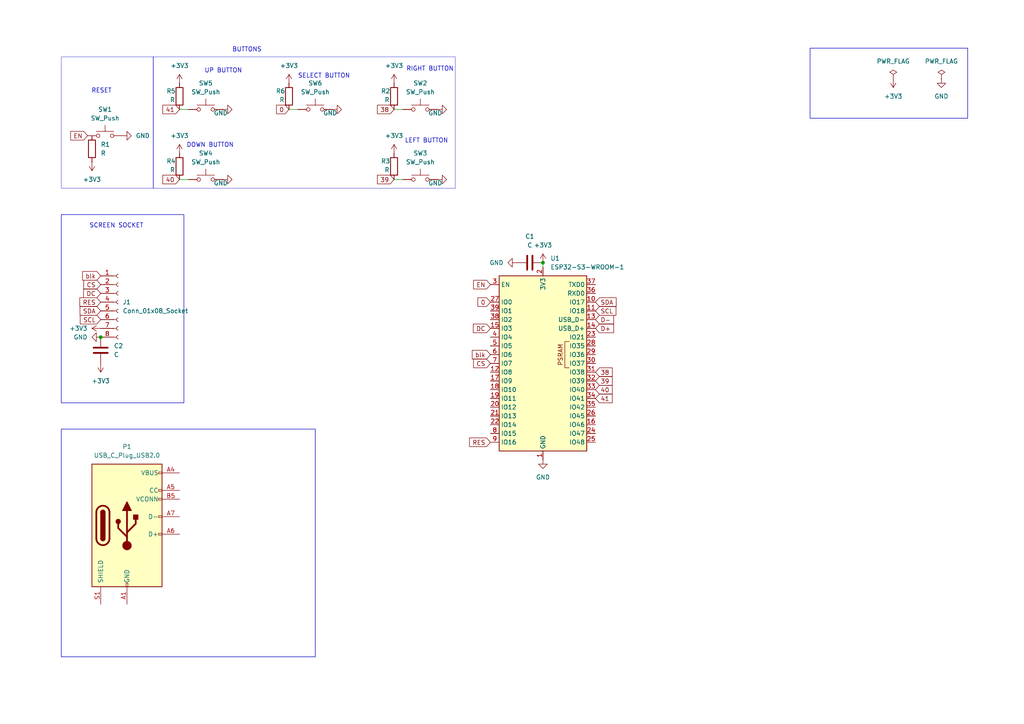
<source format=kicad_sch>
(kicad_sch
	(version 20250114)
	(generator "eeschema")
	(generator_version "9.0")
	(uuid "c410df0c-1574-4195-b759-580419c7cc94")
	(paper "A4")
	(title_block
		(title "SMOOCHIE PCB")
		(date "2026-02-18")
		(comment 2 "Made by Zane")
	)
	(lib_symbols
		(symbol "Connector:Conn_01x08_Socket"
			(pin_names
				(offset 1.016)
				(hide yes)
			)
			(exclude_from_sim no)
			(in_bom yes)
			(on_board yes)
			(property "Reference" "J"
				(at 0 10.16 0)
				(effects
					(font
						(size 1.27 1.27)
					)
				)
			)
			(property "Value" "Conn_01x08_Socket"
				(at 0 -12.7 0)
				(effects
					(font
						(size 1.27 1.27)
					)
				)
			)
			(property "Footprint" ""
				(at 0 0 0)
				(effects
					(font
						(size 1.27 1.27)
					)
					(hide yes)
				)
			)
			(property "Datasheet" "~"
				(at 0 0 0)
				(effects
					(font
						(size 1.27 1.27)
					)
					(hide yes)
				)
			)
			(property "Description" "Generic connector, single row, 01x08, script generated"
				(at 0 0 0)
				(effects
					(font
						(size 1.27 1.27)
					)
					(hide yes)
				)
			)
			(property "ki_locked" ""
				(at 0 0 0)
				(effects
					(font
						(size 1.27 1.27)
					)
				)
			)
			(property "ki_keywords" "connector"
				(at 0 0 0)
				(effects
					(font
						(size 1.27 1.27)
					)
					(hide yes)
				)
			)
			(property "ki_fp_filters" "Connector*:*_1x??_*"
				(at 0 0 0)
				(effects
					(font
						(size 1.27 1.27)
					)
					(hide yes)
				)
			)
			(symbol "Conn_01x08_Socket_1_1"
				(polyline
					(pts
						(xy -1.27 7.62) (xy -0.508 7.62)
					)
					(stroke
						(width 0.1524)
						(type default)
					)
					(fill
						(type none)
					)
				)
				(polyline
					(pts
						(xy -1.27 5.08) (xy -0.508 5.08)
					)
					(stroke
						(width 0.1524)
						(type default)
					)
					(fill
						(type none)
					)
				)
				(polyline
					(pts
						(xy -1.27 2.54) (xy -0.508 2.54)
					)
					(stroke
						(width 0.1524)
						(type default)
					)
					(fill
						(type none)
					)
				)
				(polyline
					(pts
						(xy -1.27 0) (xy -0.508 0)
					)
					(stroke
						(width 0.1524)
						(type default)
					)
					(fill
						(type none)
					)
				)
				(polyline
					(pts
						(xy -1.27 -2.54) (xy -0.508 -2.54)
					)
					(stroke
						(width 0.1524)
						(type default)
					)
					(fill
						(type none)
					)
				)
				(polyline
					(pts
						(xy -1.27 -5.08) (xy -0.508 -5.08)
					)
					(stroke
						(width 0.1524)
						(type default)
					)
					(fill
						(type none)
					)
				)
				(polyline
					(pts
						(xy -1.27 -7.62) (xy -0.508 -7.62)
					)
					(stroke
						(width 0.1524)
						(type default)
					)
					(fill
						(type none)
					)
				)
				(polyline
					(pts
						(xy -1.27 -10.16) (xy -0.508 -10.16)
					)
					(stroke
						(width 0.1524)
						(type default)
					)
					(fill
						(type none)
					)
				)
				(arc
					(start 0 7.112)
					(mid -0.5058 7.62)
					(end 0 8.128)
					(stroke
						(width 0.1524)
						(type default)
					)
					(fill
						(type none)
					)
				)
				(arc
					(start 0 4.572)
					(mid -0.5058 5.08)
					(end 0 5.588)
					(stroke
						(width 0.1524)
						(type default)
					)
					(fill
						(type none)
					)
				)
				(arc
					(start 0 2.032)
					(mid -0.5058 2.54)
					(end 0 3.048)
					(stroke
						(width 0.1524)
						(type default)
					)
					(fill
						(type none)
					)
				)
				(arc
					(start 0 -0.508)
					(mid -0.5058 0)
					(end 0 0.508)
					(stroke
						(width 0.1524)
						(type default)
					)
					(fill
						(type none)
					)
				)
				(arc
					(start 0 -3.048)
					(mid -0.5058 -2.54)
					(end 0 -2.032)
					(stroke
						(width 0.1524)
						(type default)
					)
					(fill
						(type none)
					)
				)
				(arc
					(start 0 -5.588)
					(mid -0.5058 -5.08)
					(end 0 -4.572)
					(stroke
						(width 0.1524)
						(type default)
					)
					(fill
						(type none)
					)
				)
				(arc
					(start 0 -8.128)
					(mid -0.5058 -7.62)
					(end 0 -7.112)
					(stroke
						(width 0.1524)
						(type default)
					)
					(fill
						(type none)
					)
				)
				(arc
					(start 0 -10.668)
					(mid -0.5058 -10.16)
					(end 0 -9.652)
					(stroke
						(width 0.1524)
						(type default)
					)
					(fill
						(type none)
					)
				)
				(pin passive line
					(at -5.08 7.62 0)
					(length 3.81)
					(name "Pin_1"
						(effects
							(font
								(size 1.27 1.27)
							)
						)
					)
					(number "1"
						(effects
							(font
								(size 1.27 1.27)
							)
						)
					)
				)
				(pin passive line
					(at -5.08 5.08 0)
					(length 3.81)
					(name "Pin_2"
						(effects
							(font
								(size 1.27 1.27)
							)
						)
					)
					(number "2"
						(effects
							(font
								(size 1.27 1.27)
							)
						)
					)
				)
				(pin passive line
					(at -5.08 2.54 0)
					(length 3.81)
					(name "Pin_3"
						(effects
							(font
								(size 1.27 1.27)
							)
						)
					)
					(number "3"
						(effects
							(font
								(size 1.27 1.27)
							)
						)
					)
				)
				(pin passive line
					(at -5.08 0 0)
					(length 3.81)
					(name "Pin_4"
						(effects
							(font
								(size 1.27 1.27)
							)
						)
					)
					(number "4"
						(effects
							(font
								(size 1.27 1.27)
							)
						)
					)
				)
				(pin passive line
					(at -5.08 -2.54 0)
					(length 3.81)
					(name "Pin_5"
						(effects
							(font
								(size 1.27 1.27)
							)
						)
					)
					(number "5"
						(effects
							(font
								(size 1.27 1.27)
							)
						)
					)
				)
				(pin passive line
					(at -5.08 -5.08 0)
					(length 3.81)
					(name "Pin_6"
						(effects
							(font
								(size 1.27 1.27)
							)
						)
					)
					(number "6"
						(effects
							(font
								(size 1.27 1.27)
							)
						)
					)
				)
				(pin passive line
					(at -5.08 -7.62 0)
					(length 3.81)
					(name "Pin_7"
						(effects
							(font
								(size 1.27 1.27)
							)
						)
					)
					(number "7"
						(effects
							(font
								(size 1.27 1.27)
							)
						)
					)
				)
				(pin passive line
					(at -5.08 -10.16 0)
					(length 3.81)
					(name "Pin_8"
						(effects
							(font
								(size 1.27 1.27)
							)
						)
					)
					(number "8"
						(effects
							(font
								(size 1.27 1.27)
							)
						)
					)
				)
			)
			(embedded_fonts no)
		)
		(symbol "Connector:USB_C_Plug_USB2.0"
			(pin_names
				(offset 1.016)
			)
			(exclude_from_sim no)
			(in_bom yes)
			(on_board yes)
			(property "Reference" "P"
				(at -10.16 19.05 0)
				(effects
					(font
						(size 1.27 1.27)
					)
					(justify left)
				)
			)
			(property "Value" "USB_C_Plug_USB2.0"
				(at 12.7 19.05 0)
				(effects
					(font
						(size 1.27 1.27)
					)
					(justify right)
				)
			)
			(property "Footprint" ""
				(at 3.81 0 0)
				(effects
					(font
						(size 1.27 1.27)
					)
					(hide yes)
				)
			)
			(property "Datasheet" "https://www.usb.org/sites/default/files/documents/usb_type-c.zip"
				(at 3.81 0 0)
				(effects
					(font
						(size 1.27 1.27)
					)
					(hide yes)
				)
			)
			(property "Description" "USB 2.0-only Type-C Plug connector"
				(at 0 0 0)
				(effects
					(font
						(size 1.27 1.27)
					)
					(hide yes)
				)
			)
			(property "ki_keywords" "usb universal serial bus type-C USB2.0"
				(at 0 0 0)
				(effects
					(font
						(size 1.27 1.27)
					)
					(hide yes)
				)
			)
			(property "ki_fp_filters" "USB*C*Plug*"
				(at 0 0 0)
				(effects
					(font
						(size 1.27 1.27)
					)
					(hide yes)
				)
			)
			(symbol "USB_C_Plug_USB2.0_0_0"
				(rectangle
					(start -0.254 -17.78)
					(end 0.254 -16.764)
					(stroke
						(width 0)
						(type default)
					)
					(fill
						(type none)
					)
				)
				(rectangle
					(start 10.16 15.494)
					(end 9.144 14.986)
					(stroke
						(width 0)
						(type default)
					)
					(fill
						(type none)
					)
				)
				(rectangle
					(start 10.16 10.414)
					(end 9.144 9.906)
					(stroke
						(width 0)
						(type default)
					)
					(fill
						(type none)
					)
				)
				(rectangle
					(start 10.16 7.874)
					(end 9.144 7.366)
					(stroke
						(width 0)
						(type default)
					)
					(fill
						(type none)
					)
				)
				(rectangle
					(start 10.16 2.794)
					(end 9.144 2.286)
					(stroke
						(width 0)
						(type default)
					)
					(fill
						(type none)
					)
				)
				(rectangle
					(start 10.16 -2.286)
					(end 9.144 -2.794)
					(stroke
						(width 0)
						(type default)
					)
					(fill
						(type none)
					)
				)
			)
			(symbol "USB_C_Plug_USB2.0_0_1"
				(rectangle
					(start -10.16 17.78)
					(end 10.16 -17.78)
					(stroke
						(width 0.254)
						(type default)
					)
					(fill
						(type background)
					)
				)
				(polyline
					(pts
						(xy -8.89 -3.81) (xy -8.89 3.81)
					)
					(stroke
						(width 0.508)
						(type default)
					)
					(fill
						(type none)
					)
				)
				(rectangle
					(start -7.62 -3.81)
					(end -6.35 3.81)
					(stroke
						(width 0.254)
						(type default)
					)
					(fill
						(type outline)
					)
				)
				(arc
					(start -7.62 3.81)
					(mid -6.985 4.4423)
					(end -6.35 3.81)
					(stroke
						(width 0.254)
						(type default)
					)
					(fill
						(type none)
					)
				)
				(arc
					(start -7.62 3.81)
					(mid -6.985 4.4423)
					(end -6.35 3.81)
					(stroke
						(width 0.254)
						(type default)
					)
					(fill
						(type outline)
					)
				)
				(arc
					(start -8.89 3.81)
					(mid -6.985 5.7067)
					(end -5.08 3.81)
					(stroke
						(width 0.508)
						(type default)
					)
					(fill
						(type none)
					)
				)
				(arc
					(start -5.08 -3.81)
					(mid -6.985 -5.7067)
					(end -8.89 -3.81)
					(stroke
						(width 0.508)
						(type default)
					)
					(fill
						(type none)
					)
				)
				(arc
					(start -6.35 -3.81)
					(mid -6.985 -4.4423)
					(end -7.62 -3.81)
					(stroke
						(width 0.254)
						(type default)
					)
					(fill
						(type none)
					)
				)
				(arc
					(start -6.35 -3.81)
					(mid -6.985 -4.4423)
					(end -7.62 -3.81)
					(stroke
						(width 0.254)
						(type default)
					)
					(fill
						(type outline)
					)
				)
				(polyline
					(pts
						(xy -5.08 3.81) (xy -5.08 -3.81)
					)
					(stroke
						(width 0.508)
						(type default)
					)
					(fill
						(type none)
					)
				)
				(circle
					(center -2.54 1.143)
					(radius 0.635)
					(stroke
						(width 0.254)
						(type default)
					)
					(fill
						(type outline)
					)
				)
				(polyline
					(pts
						(xy -1.27 4.318) (xy 0 6.858) (xy 1.27 4.318) (xy -1.27 4.318)
					)
					(stroke
						(width 0.254)
						(type default)
					)
					(fill
						(type outline)
					)
				)
				(polyline
					(pts
						(xy 0 -2.032) (xy 2.54 0.508) (xy 2.54 1.778)
					)
					(stroke
						(width 0.508)
						(type default)
					)
					(fill
						(type none)
					)
				)
				(polyline
					(pts
						(xy 0 -3.302) (xy -2.54 -0.762) (xy -2.54 0.508)
					)
					(stroke
						(width 0.508)
						(type default)
					)
					(fill
						(type none)
					)
				)
				(polyline
					(pts
						(xy 0 -5.842) (xy 0 4.318)
					)
					(stroke
						(width 0.508)
						(type default)
					)
					(fill
						(type none)
					)
				)
				(circle
					(center 0 -5.842)
					(radius 1.27)
					(stroke
						(width 0)
						(type default)
					)
					(fill
						(type outline)
					)
				)
				(rectangle
					(start 1.905 1.778)
					(end 3.175 3.048)
					(stroke
						(width 0.254)
						(type default)
					)
					(fill
						(type outline)
					)
				)
			)
			(symbol "USB_C_Plug_USB2.0_1_1"
				(pin passive line
					(at -7.62 -22.86 90)
					(length 5.08)
					(name "SHIELD"
						(effects
							(font
								(size 1.27 1.27)
							)
						)
					)
					(number "S1"
						(effects
							(font
								(size 1.27 1.27)
							)
						)
					)
				)
				(pin passive line
					(at 0 -22.86 90)
					(length 5.08)
					(name "GND"
						(effects
							(font
								(size 1.27 1.27)
							)
						)
					)
					(number "A1"
						(effects
							(font
								(size 1.27 1.27)
							)
						)
					)
				)
				(pin passive line
					(at 0 -22.86 90)
					(length 5.08)
					(hide yes)
					(name "GND"
						(effects
							(font
								(size 1.27 1.27)
							)
						)
					)
					(number "A12"
						(effects
							(font
								(size 1.27 1.27)
							)
						)
					)
				)
				(pin passive line
					(at 0 -22.86 90)
					(length 5.08)
					(hide yes)
					(name "GND"
						(effects
							(font
								(size 1.27 1.27)
							)
						)
					)
					(number "B1"
						(effects
							(font
								(size 1.27 1.27)
							)
						)
					)
				)
				(pin passive line
					(at 0 -22.86 90)
					(length 5.08)
					(hide yes)
					(name "GND"
						(effects
							(font
								(size 1.27 1.27)
							)
						)
					)
					(number "B12"
						(effects
							(font
								(size 1.27 1.27)
							)
						)
					)
				)
				(pin passive line
					(at 15.24 15.24 180)
					(length 5.08)
					(name "VBUS"
						(effects
							(font
								(size 1.27 1.27)
							)
						)
					)
					(number "A4"
						(effects
							(font
								(size 1.27 1.27)
							)
						)
					)
				)
				(pin passive line
					(at 15.24 15.24 180)
					(length 5.08)
					(hide yes)
					(name "VBUS"
						(effects
							(font
								(size 1.27 1.27)
							)
						)
					)
					(number "A9"
						(effects
							(font
								(size 1.27 1.27)
							)
						)
					)
				)
				(pin passive line
					(at 15.24 15.24 180)
					(length 5.08)
					(hide yes)
					(name "VBUS"
						(effects
							(font
								(size 1.27 1.27)
							)
						)
					)
					(number "B4"
						(effects
							(font
								(size 1.27 1.27)
							)
						)
					)
				)
				(pin passive line
					(at 15.24 15.24 180)
					(length 5.08)
					(hide yes)
					(name "VBUS"
						(effects
							(font
								(size 1.27 1.27)
							)
						)
					)
					(number "B9"
						(effects
							(font
								(size 1.27 1.27)
							)
						)
					)
				)
				(pin bidirectional line
					(at 15.24 10.16 180)
					(length 5.08)
					(name "CC"
						(effects
							(font
								(size 1.27 1.27)
							)
						)
					)
					(number "A5"
						(effects
							(font
								(size 1.27 1.27)
							)
						)
					)
				)
				(pin bidirectional line
					(at 15.24 7.62 180)
					(length 5.08)
					(name "VCONN"
						(effects
							(font
								(size 1.27 1.27)
							)
						)
					)
					(number "B5"
						(effects
							(font
								(size 1.27 1.27)
							)
						)
					)
				)
				(pin bidirectional line
					(at 15.24 2.54 180)
					(length 5.08)
					(name "D-"
						(effects
							(font
								(size 1.27 1.27)
							)
						)
					)
					(number "A7"
						(effects
							(font
								(size 1.27 1.27)
							)
						)
					)
				)
				(pin bidirectional line
					(at 15.24 -2.54 180)
					(length 5.08)
					(name "D+"
						(effects
							(font
								(size 1.27 1.27)
							)
						)
					)
					(number "A6"
						(effects
							(font
								(size 1.27 1.27)
							)
						)
					)
				)
			)
			(embedded_fonts no)
		)
		(symbol "Device:C"
			(pin_numbers
				(hide yes)
			)
			(pin_names
				(offset 0.254)
			)
			(exclude_from_sim no)
			(in_bom yes)
			(on_board yes)
			(property "Reference" "C"
				(at 0.635 2.54 0)
				(effects
					(font
						(size 1.27 1.27)
					)
					(justify left)
				)
			)
			(property "Value" "C"
				(at 0.635 -2.54 0)
				(effects
					(font
						(size 1.27 1.27)
					)
					(justify left)
				)
			)
			(property "Footprint" ""
				(at 0.9652 -3.81 0)
				(effects
					(font
						(size 1.27 1.27)
					)
					(hide yes)
				)
			)
			(property "Datasheet" "~"
				(at 0 0 0)
				(effects
					(font
						(size 1.27 1.27)
					)
					(hide yes)
				)
			)
			(property "Description" "Unpolarized capacitor"
				(at 0 0 0)
				(effects
					(font
						(size 1.27 1.27)
					)
					(hide yes)
				)
			)
			(property "ki_keywords" "cap capacitor"
				(at 0 0 0)
				(effects
					(font
						(size 1.27 1.27)
					)
					(hide yes)
				)
			)
			(property "ki_fp_filters" "C_*"
				(at 0 0 0)
				(effects
					(font
						(size 1.27 1.27)
					)
					(hide yes)
				)
			)
			(symbol "C_0_1"
				(polyline
					(pts
						(xy -2.032 0.762) (xy 2.032 0.762)
					)
					(stroke
						(width 0.508)
						(type default)
					)
					(fill
						(type none)
					)
				)
				(polyline
					(pts
						(xy -2.032 -0.762) (xy 2.032 -0.762)
					)
					(stroke
						(width 0.508)
						(type default)
					)
					(fill
						(type none)
					)
				)
			)
			(symbol "C_1_1"
				(pin passive line
					(at 0 3.81 270)
					(length 2.794)
					(name "~"
						(effects
							(font
								(size 1.27 1.27)
							)
						)
					)
					(number "1"
						(effects
							(font
								(size 1.27 1.27)
							)
						)
					)
				)
				(pin passive line
					(at 0 -3.81 90)
					(length 2.794)
					(name "~"
						(effects
							(font
								(size 1.27 1.27)
							)
						)
					)
					(number "2"
						(effects
							(font
								(size 1.27 1.27)
							)
						)
					)
				)
			)
			(embedded_fonts no)
		)
		(symbol "Device:R"
			(pin_numbers
				(hide yes)
			)
			(pin_names
				(offset 0)
			)
			(exclude_from_sim no)
			(in_bom yes)
			(on_board yes)
			(property "Reference" "R"
				(at 2.032 0 90)
				(effects
					(font
						(size 1.27 1.27)
					)
				)
			)
			(property "Value" "R"
				(at 0 0 90)
				(effects
					(font
						(size 1.27 1.27)
					)
				)
			)
			(property "Footprint" ""
				(at -1.778 0 90)
				(effects
					(font
						(size 1.27 1.27)
					)
					(hide yes)
				)
			)
			(property "Datasheet" "~"
				(at 0 0 0)
				(effects
					(font
						(size 1.27 1.27)
					)
					(hide yes)
				)
			)
			(property "Description" "Resistor"
				(at 0 0 0)
				(effects
					(font
						(size 1.27 1.27)
					)
					(hide yes)
				)
			)
			(property "ki_keywords" "R res resistor"
				(at 0 0 0)
				(effects
					(font
						(size 1.27 1.27)
					)
					(hide yes)
				)
			)
			(property "ki_fp_filters" "R_*"
				(at 0 0 0)
				(effects
					(font
						(size 1.27 1.27)
					)
					(hide yes)
				)
			)
			(symbol "R_0_1"
				(rectangle
					(start -1.016 -2.54)
					(end 1.016 2.54)
					(stroke
						(width 0.254)
						(type default)
					)
					(fill
						(type none)
					)
				)
			)
			(symbol "R_1_1"
				(pin passive line
					(at 0 3.81 270)
					(length 1.27)
					(name "~"
						(effects
							(font
								(size 1.27 1.27)
							)
						)
					)
					(number "1"
						(effects
							(font
								(size 1.27 1.27)
							)
						)
					)
				)
				(pin passive line
					(at 0 -3.81 90)
					(length 1.27)
					(name "~"
						(effects
							(font
								(size 1.27 1.27)
							)
						)
					)
					(number "2"
						(effects
							(font
								(size 1.27 1.27)
							)
						)
					)
				)
			)
			(embedded_fonts no)
		)
		(symbol "RF_Module:ESP32-S3-WROOM-1"
			(exclude_from_sim no)
			(in_bom yes)
			(on_board yes)
			(property "Reference" "U"
				(at -12.7 26.67 0)
				(effects
					(font
						(size 1.27 1.27)
					)
				)
			)
			(property "Value" "ESP32-S3-WROOM-1"
				(at 12.7 26.67 0)
				(effects
					(font
						(size 1.27 1.27)
					)
				)
			)
			(property "Footprint" "RF_Module:ESP32-S3-WROOM-1"
				(at 0 2.54 0)
				(effects
					(font
						(size 1.27 1.27)
					)
					(hide yes)
				)
			)
			(property "Datasheet" "https://www.espressif.com/sites/default/files/documentation/esp32-s3-wroom-1_wroom-1u_datasheet_en.pdf"
				(at 0 0 0)
				(effects
					(font
						(size 1.27 1.27)
					)
					(hide yes)
				)
			)
			(property "Description" "RF Module, ESP32-S3 SoC, Wi-Fi 802.11b/g/n, Bluetooth, BLE, 32-bit, 3.3V, onboard antenna, SMD"
				(at 0 0 0)
				(effects
					(font
						(size 1.27 1.27)
					)
					(hide yes)
				)
			)
			(property "ki_keywords" "RF Radio BT ESP ESP32-S3 Espressif onboard PCB antenna"
				(at 0 0 0)
				(effects
					(font
						(size 1.27 1.27)
					)
					(hide yes)
				)
			)
			(property "ki_fp_filters" "ESP32?S3?WROOM?1*"
				(at 0 0 0)
				(effects
					(font
						(size 1.27 1.27)
					)
					(hide yes)
				)
			)
			(symbol "ESP32-S3-WROOM-1_0_0"
				(rectangle
					(start -12.7 25.4)
					(end 12.7 -25.4)
					(stroke
						(width 0.254)
						(type default)
					)
					(fill
						(type background)
					)
				)
				(text "PSRAM"
					(at 5.08 2.54 900)
					(effects
						(font
							(size 1.27 1.27)
						)
					)
				)
			)
			(symbol "ESP32-S3-WROOM-1_0_1"
				(polyline
					(pts
						(xy 7.62 -1.27) (xy 6.35 -1.27) (xy 6.35 6.35) (xy 7.62 6.35)
					)
					(stroke
						(width 0)
						(type default)
					)
					(fill
						(type none)
					)
				)
			)
			(symbol "ESP32-S3-WROOM-1_1_1"
				(pin input line
					(at -15.24 22.86 0)
					(length 2.54)
					(name "EN"
						(effects
							(font
								(size 1.27 1.27)
							)
						)
					)
					(number "3"
						(effects
							(font
								(size 1.27 1.27)
							)
						)
					)
				)
				(pin bidirectional line
					(at -15.24 17.78 0)
					(length 2.54)
					(name "IO0"
						(effects
							(font
								(size 1.27 1.27)
							)
						)
					)
					(number "27"
						(effects
							(font
								(size 1.27 1.27)
							)
						)
					)
				)
				(pin bidirectional line
					(at -15.24 15.24 0)
					(length 2.54)
					(name "IO1"
						(effects
							(font
								(size 1.27 1.27)
							)
						)
					)
					(number "39"
						(effects
							(font
								(size 1.27 1.27)
							)
						)
					)
				)
				(pin bidirectional line
					(at -15.24 12.7 0)
					(length 2.54)
					(name "IO2"
						(effects
							(font
								(size 1.27 1.27)
							)
						)
					)
					(number "38"
						(effects
							(font
								(size 1.27 1.27)
							)
						)
					)
				)
				(pin bidirectional line
					(at -15.24 10.16 0)
					(length 2.54)
					(name "IO3"
						(effects
							(font
								(size 1.27 1.27)
							)
						)
					)
					(number "15"
						(effects
							(font
								(size 1.27 1.27)
							)
						)
					)
				)
				(pin bidirectional line
					(at -15.24 7.62 0)
					(length 2.54)
					(name "IO4"
						(effects
							(font
								(size 1.27 1.27)
							)
						)
					)
					(number "4"
						(effects
							(font
								(size 1.27 1.27)
							)
						)
					)
				)
				(pin bidirectional line
					(at -15.24 5.08 0)
					(length 2.54)
					(name "IO5"
						(effects
							(font
								(size 1.27 1.27)
							)
						)
					)
					(number "5"
						(effects
							(font
								(size 1.27 1.27)
							)
						)
					)
				)
				(pin bidirectional line
					(at -15.24 2.54 0)
					(length 2.54)
					(name "IO6"
						(effects
							(font
								(size 1.27 1.27)
							)
						)
					)
					(number "6"
						(effects
							(font
								(size 1.27 1.27)
							)
						)
					)
				)
				(pin bidirectional line
					(at -15.24 0 0)
					(length 2.54)
					(name "IO7"
						(effects
							(font
								(size 1.27 1.27)
							)
						)
					)
					(number "7"
						(effects
							(font
								(size 1.27 1.27)
							)
						)
					)
				)
				(pin bidirectional line
					(at -15.24 -2.54 0)
					(length 2.54)
					(name "IO8"
						(effects
							(font
								(size 1.27 1.27)
							)
						)
					)
					(number "12"
						(effects
							(font
								(size 1.27 1.27)
							)
						)
					)
				)
				(pin bidirectional line
					(at -15.24 -5.08 0)
					(length 2.54)
					(name "IO9"
						(effects
							(font
								(size 1.27 1.27)
							)
						)
					)
					(number "17"
						(effects
							(font
								(size 1.27 1.27)
							)
						)
					)
				)
				(pin bidirectional line
					(at -15.24 -7.62 0)
					(length 2.54)
					(name "IO10"
						(effects
							(font
								(size 1.27 1.27)
							)
						)
					)
					(number "18"
						(effects
							(font
								(size 1.27 1.27)
							)
						)
					)
				)
				(pin bidirectional line
					(at -15.24 -10.16 0)
					(length 2.54)
					(name "IO11"
						(effects
							(font
								(size 1.27 1.27)
							)
						)
					)
					(number "19"
						(effects
							(font
								(size 1.27 1.27)
							)
						)
					)
				)
				(pin bidirectional line
					(at -15.24 -12.7 0)
					(length 2.54)
					(name "IO12"
						(effects
							(font
								(size 1.27 1.27)
							)
						)
					)
					(number "20"
						(effects
							(font
								(size 1.27 1.27)
							)
						)
					)
				)
				(pin bidirectional line
					(at -15.24 -15.24 0)
					(length 2.54)
					(name "IO13"
						(effects
							(font
								(size 1.27 1.27)
							)
						)
					)
					(number "21"
						(effects
							(font
								(size 1.27 1.27)
							)
						)
					)
				)
				(pin bidirectional line
					(at -15.24 -17.78 0)
					(length 2.54)
					(name "IO14"
						(effects
							(font
								(size 1.27 1.27)
							)
						)
					)
					(number "22"
						(effects
							(font
								(size 1.27 1.27)
							)
						)
					)
				)
				(pin bidirectional line
					(at -15.24 -20.32 0)
					(length 2.54)
					(name "IO15"
						(effects
							(font
								(size 1.27 1.27)
							)
						)
					)
					(number "8"
						(effects
							(font
								(size 1.27 1.27)
							)
						)
					)
				)
				(pin bidirectional line
					(at -15.24 -22.86 0)
					(length 2.54)
					(name "IO16"
						(effects
							(font
								(size 1.27 1.27)
							)
						)
					)
					(number "9"
						(effects
							(font
								(size 1.27 1.27)
							)
						)
					)
				)
				(pin power_in line
					(at 0 27.94 270)
					(length 2.54)
					(name "3V3"
						(effects
							(font
								(size 1.27 1.27)
							)
						)
					)
					(number "2"
						(effects
							(font
								(size 1.27 1.27)
							)
						)
					)
				)
				(pin power_in line
					(at 0 -27.94 90)
					(length 2.54)
					(name "GND"
						(effects
							(font
								(size 1.27 1.27)
							)
						)
					)
					(number "1"
						(effects
							(font
								(size 1.27 1.27)
							)
						)
					)
				)
				(pin passive line
					(at 0 -27.94 90)
					(length 2.54)
					(hide yes)
					(name "GND"
						(effects
							(font
								(size 1.27 1.27)
							)
						)
					)
					(number "40"
						(effects
							(font
								(size 1.27 1.27)
							)
						)
					)
				)
				(pin passive line
					(at 0 -27.94 90)
					(length 2.54)
					(hide yes)
					(name "GND"
						(effects
							(font
								(size 1.27 1.27)
							)
						)
					)
					(number "41"
						(effects
							(font
								(size 1.27 1.27)
							)
						)
					)
				)
				(pin bidirectional line
					(at 15.24 22.86 180)
					(length 2.54)
					(name "TXD0"
						(effects
							(font
								(size 1.27 1.27)
							)
						)
					)
					(number "37"
						(effects
							(font
								(size 1.27 1.27)
							)
						)
					)
				)
				(pin bidirectional line
					(at 15.24 20.32 180)
					(length 2.54)
					(name "RXD0"
						(effects
							(font
								(size 1.27 1.27)
							)
						)
					)
					(number "36"
						(effects
							(font
								(size 1.27 1.27)
							)
						)
					)
				)
				(pin bidirectional line
					(at 15.24 17.78 180)
					(length 2.54)
					(name "IO17"
						(effects
							(font
								(size 1.27 1.27)
							)
						)
					)
					(number "10"
						(effects
							(font
								(size 1.27 1.27)
							)
						)
					)
				)
				(pin bidirectional line
					(at 15.24 15.24 180)
					(length 2.54)
					(name "IO18"
						(effects
							(font
								(size 1.27 1.27)
							)
						)
					)
					(number "11"
						(effects
							(font
								(size 1.27 1.27)
							)
						)
					)
				)
				(pin bidirectional line
					(at 15.24 12.7 180)
					(length 2.54)
					(name "USB_D-"
						(effects
							(font
								(size 1.27 1.27)
							)
						)
					)
					(number "13"
						(effects
							(font
								(size 1.27 1.27)
							)
						)
					)
					(alternate "IO19" bidirectional line)
				)
				(pin bidirectional line
					(at 15.24 10.16 180)
					(length 2.54)
					(name "USB_D+"
						(effects
							(font
								(size 1.27 1.27)
							)
						)
					)
					(number "14"
						(effects
							(font
								(size 1.27 1.27)
							)
						)
					)
					(alternate "IO20" bidirectional line)
				)
				(pin bidirectional line
					(at 15.24 7.62 180)
					(length 2.54)
					(name "IO21"
						(effects
							(font
								(size 1.27 1.27)
							)
						)
					)
					(number "23"
						(effects
							(font
								(size 1.27 1.27)
							)
						)
					)
				)
				(pin bidirectional line
					(at 15.24 5.08 180)
					(length 2.54)
					(name "IO35"
						(effects
							(font
								(size 1.27 1.27)
							)
						)
					)
					(number "28"
						(effects
							(font
								(size 1.27 1.27)
							)
						)
					)
				)
				(pin bidirectional line
					(at 15.24 2.54 180)
					(length 2.54)
					(name "IO36"
						(effects
							(font
								(size 1.27 1.27)
							)
						)
					)
					(number "29"
						(effects
							(font
								(size 1.27 1.27)
							)
						)
					)
				)
				(pin bidirectional line
					(at 15.24 0 180)
					(length 2.54)
					(name "IO37"
						(effects
							(font
								(size 1.27 1.27)
							)
						)
					)
					(number "30"
						(effects
							(font
								(size 1.27 1.27)
							)
						)
					)
				)
				(pin bidirectional line
					(at 15.24 -2.54 180)
					(length 2.54)
					(name "IO38"
						(effects
							(font
								(size 1.27 1.27)
							)
						)
					)
					(number "31"
						(effects
							(font
								(size 1.27 1.27)
							)
						)
					)
				)
				(pin bidirectional line
					(at 15.24 -5.08 180)
					(length 2.54)
					(name "IO39"
						(effects
							(font
								(size 1.27 1.27)
							)
						)
					)
					(number "32"
						(effects
							(font
								(size 1.27 1.27)
							)
						)
					)
				)
				(pin bidirectional line
					(at 15.24 -7.62 180)
					(length 2.54)
					(name "IO40"
						(effects
							(font
								(size 1.27 1.27)
							)
						)
					)
					(number "33"
						(effects
							(font
								(size 1.27 1.27)
							)
						)
					)
				)
				(pin bidirectional line
					(at 15.24 -10.16 180)
					(length 2.54)
					(name "IO41"
						(effects
							(font
								(size 1.27 1.27)
							)
						)
					)
					(number "34"
						(effects
							(font
								(size 1.27 1.27)
							)
						)
					)
				)
				(pin bidirectional line
					(at 15.24 -12.7 180)
					(length 2.54)
					(name "IO42"
						(effects
							(font
								(size 1.27 1.27)
							)
						)
					)
					(number "35"
						(effects
							(font
								(size 1.27 1.27)
							)
						)
					)
				)
				(pin bidirectional line
					(at 15.24 -15.24 180)
					(length 2.54)
					(name "IO45"
						(effects
							(font
								(size 1.27 1.27)
							)
						)
					)
					(number "26"
						(effects
							(font
								(size 1.27 1.27)
							)
						)
					)
				)
				(pin bidirectional line
					(at 15.24 -17.78 180)
					(length 2.54)
					(name "IO46"
						(effects
							(font
								(size 1.27 1.27)
							)
						)
					)
					(number "16"
						(effects
							(font
								(size 1.27 1.27)
							)
						)
					)
				)
				(pin bidirectional line
					(at 15.24 -20.32 180)
					(length 2.54)
					(name "IO47"
						(effects
							(font
								(size 1.27 1.27)
							)
						)
					)
					(number "24"
						(effects
							(font
								(size 1.27 1.27)
							)
						)
					)
				)
				(pin bidirectional line
					(at 15.24 -22.86 180)
					(length 2.54)
					(name "IO48"
						(effects
							(font
								(size 1.27 1.27)
							)
						)
					)
					(number "25"
						(effects
							(font
								(size 1.27 1.27)
							)
						)
					)
				)
			)
			(embedded_fonts no)
		)
		(symbol "Switch:SW_Push"
			(pin_numbers
				(hide yes)
			)
			(pin_names
				(offset 1.016)
				(hide yes)
			)
			(exclude_from_sim no)
			(in_bom yes)
			(on_board yes)
			(property "Reference" "SW"
				(at 1.27 2.54 0)
				(effects
					(font
						(size 1.27 1.27)
					)
					(justify left)
				)
			)
			(property "Value" "SW_Push"
				(at 0 -1.524 0)
				(effects
					(font
						(size 1.27 1.27)
					)
				)
			)
			(property "Footprint" ""
				(at 0 5.08 0)
				(effects
					(font
						(size 1.27 1.27)
					)
					(hide yes)
				)
			)
			(property "Datasheet" "~"
				(at 0 5.08 0)
				(effects
					(font
						(size 1.27 1.27)
					)
					(hide yes)
				)
			)
			(property "Description" "Push button switch, generic, two pins"
				(at 0 0 0)
				(effects
					(font
						(size 1.27 1.27)
					)
					(hide yes)
				)
			)
			(property "ki_keywords" "switch normally-open pushbutton push-button"
				(at 0 0 0)
				(effects
					(font
						(size 1.27 1.27)
					)
					(hide yes)
				)
			)
			(symbol "SW_Push_0_1"
				(circle
					(center -2.032 0)
					(radius 0.508)
					(stroke
						(width 0)
						(type default)
					)
					(fill
						(type none)
					)
				)
				(polyline
					(pts
						(xy 0 1.27) (xy 0 3.048)
					)
					(stroke
						(width 0)
						(type default)
					)
					(fill
						(type none)
					)
				)
				(circle
					(center 2.032 0)
					(radius 0.508)
					(stroke
						(width 0)
						(type default)
					)
					(fill
						(type none)
					)
				)
				(polyline
					(pts
						(xy 2.54 1.27) (xy -2.54 1.27)
					)
					(stroke
						(width 0)
						(type default)
					)
					(fill
						(type none)
					)
				)
				(pin passive line
					(at -5.08 0 0)
					(length 2.54)
					(name "1"
						(effects
							(font
								(size 1.27 1.27)
							)
						)
					)
					(number "1"
						(effects
							(font
								(size 1.27 1.27)
							)
						)
					)
				)
				(pin passive line
					(at 5.08 0 180)
					(length 2.54)
					(name "2"
						(effects
							(font
								(size 1.27 1.27)
							)
						)
					)
					(number "2"
						(effects
							(font
								(size 1.27 1.27)
							)
						)
					)
				)
			)
			(embedded_fonts no)
		)
		(symbol "power:+3V3"
			(power)
			(pin_numbers
				(hide yes)
			)
			(pin_names
				(offset 0)
				(hide yes)
			)
			(exclude_from_sim no)
			(in_bom yes)
			(on_board yes)
			(property "Reference" "#PWR"
				(at 0 -3.81 0)
				(effects
					(font
						(size 1.27 1.27)
					)
					(hide yes)
				)
			)
			(property "Value" "+3V3"
				(at 0 3.556 0)
				(effects
					(font
						(size 1.27 1.27)
					)
				)
			)
			(property "Footprint" ""
				(at 0 0 0)
				(effects
					(font
						(size 1.27 1.27)
					)
					(hide yes)
				)
			)
			(property "Datasheet" ""
				(at 0 0 0)
				(effects
					(font
						(size 1.27 1.27)
					)
					(hide yes)
				)
			)
			(property "Description" "Power symbol creates a global label with name \"+3V3\""
				(at 0 0 0)
				(effects
					(font
						(size 1.27 1.27)
					)
					(hide yes)
				)
			)
			(property "ki_keywords" "global power"
				(at 0 0 0)
				(effects
					(font
						(size 1.27 1.27)
					)
					(hide yes)
				)
			)
			(symbol "+3V3_0_1"
				(polyline
					(pts
						(xy -0.762 1.27) (xy 0 2.54)
					)
					(stroke
						(width 0)
						(type default)
					)
					(fill
						(type none)
					)
				)
				(polyline
					(pts
						(xy 0 2.54) (xy 0.762 1.27)
					)
					(stroke
						(width 0)
						(type default)
					)
					(fill
						(type none)
					)
				)
				(polyline
					(pts
						(xy 0 0) (xy 0 2.54)
					)
					(stroke
						(width 0)
						(type default)
					)
					(fill
						(type none)
					)
				)
			)
			(symbol "+3V3_1_1"
				(pin power_in line
					(at 0 0 90)
					(length 0)
					(name "~"
						(effects
							(font
								(size 1.27 1.27)
							)
						)
					)
					(number "1"
						(effects
							(font
								(size 1.27 1.27)
							)
						)
					)
				)
			)
			(embedded_fonts no)
		)
		(symbol "power:GND"
			(power)
			(pin_numbers
				(hide yes)
			)
			(pin_names
				(offset 0)
				(hide yes)
			)
			(exclude_from_sim no)
			(in_bom yes)
			(on_board yes)
			(property "Reference" "#PWR"
				(at 0 -6.35 0)
				(effects
					(font
						(size 1.27 1.27)
					)
					(hide yes)
				)
			)
			(property "Value" "GND"
				(at 0 -3.81 0)
				(effects
					(font
						(size 1.27 1.27)
					)
				)
			)
			(property "Footprint" ""
				(at 0 0 0)
				(effects
					(font
						(size 1.27 1.27)
					)
					(hide yes)
				)
			)
			(property "Datasheet" ""
				(at 0 0 0)
				(effects
					(font
						(size 1.27 1.27)
					)
					(hide yes)
				)
			)
			(property "Description" "Power symbol creates a global label with name \"GND\" , ground"
				(at 0 0 0)
				(effects
					(font
						(size 1.27 1.27)
					)
					(hide yes)
				)
			)
			(property "ki_keywords" "global power"
				(at 0 0 0)
				(effects
					(font
						(size 1.27 1.27)
					)
					(hide yes)
				)
			)
			(symbol "GND_0_1"
				(polyline
					(pts
						(xy 0 0) (xy 0 -1.27) (xy 1.27 -1.27) (xy 0 -2.54) (xy -1.27 -1.27) (xy 0 -1.27)
					)
					(stroke
						(width 0)
						(type default)
					)
					(fill
						(type none)
					)
				)
			)
			(symbol "GND_1_1"
				(pin power_in line
					(at 0 0 270)
					(length 0)
					(name "~"
						(effects
							(font
								(size 1.27 1.27)
							)
						)
					)
					(number "1"
						(effects
							(font
								(size 1.27 1.27)
							)
						)
					)
				)
			)
			(embedded_fonts no)
		)
		(symbol "power:PWR_FLAG"
			(power)
			(pin_numbers
				(hide yes)
			)
			(pin_names
				(offset 0)
				(hide yes)
			)
			(exclude_from_sim no)
			(in_bom yes)
			(on_board yes)
			(property "Reference" "#FLG"
				(at 0 1.905 0)
				(effects
					(font
						(size 1.27 1.27)
					)
					(hide yes)
				)
			)
			(property "Value" "PWR_FLAG"
				(at 0 3.81 0)
				(effects
					(font
						(size 1.27 1.27)
					)
				)
			)
			(property "Footprint" ""
				(at 0 0 0)
				(effects
					(font
						(size 1.27 1.27)
					)
					(hide yes)
				)
			)
			(property "Datasheet" "~"
				(at 0 0 0)
				(effects
					(font
						(size 1.27 1.27)
					)
					(hide yes)
				)
			)
			(property "Description" "Special symbol for telling ERC where power comes from"
				(at 0 0 0)
				(effects
					(font
						(size 1.27 1.27)
					)
					(hide yes)
				)
			)
			(property "ki_keywords" "flag power"
				(at 0 0 0)
				(effects
					(font
						(size 1.27 1.27)
					)
					(hide yes)
				)
			)
			(symbol "PWR_FLAG_0_0"
				(pin power_out line
					(at 0 0 90)
					(length 0)
					(name "~"
						(effects
							(font
								(size 1.27 1.27)
							)
						)
					)
					(number "1"
						(effects
							(font
								(size 1.27 1.27)
							)
						)
					)
				)
			)
			(symbol "PWR_FLAG_0_1"
				(polyline
					(pts
						(xy 0 0) (xy 0 1.27) (xy -1.016 1.905) (xy 0 2.54) (xy 1.016 1.905) (xy 0 1.27)
					)
					(stroke
						(width 0)
						(type default)
					)
					(fill
						(type none)
					)
				)
			)
			(embedded_fonts no)
		)
	)
	(rectangle
		(start 17.78 16.51)
		(end 132.08 54.61)
		(stroke
			(width 0.0254)
			(type solid)
		)
		(fill
			(type none)
		)
		(uuid 58f91710-f7c3-441f-9a66-47a8f1527240)
	)
	(rectangle
		(start 17.78 124.46)
		(end 91.44 190.5)
		(stroke
			(width 0)
			(type default)
		)
		(fill
			(type none)
		)
		(uuid 710658e4-ce3c-4fba-8bd2-8a027d931971)
	)
	(rectangle
		(start 234.95 13.97)
		(end 280.67 34.29)
		(stroke
			(width 0)
			(type default)
		)
		(fill
			(type none)
		)
		(uuid 80fcdc07-2909-4ea5-8336-47e72e1ef1d3)
	)
	(rectangle
		(start 17.78 62.23)
		(end 53.34 116.84)
		(stroke
			(width 0)
			(type default)
		)
		(fill
			(type none)
		)
		(uuid 82d0a5d6-4f85-47ea-b793-c8583f038224)
	)
	(text "SELECT BUTTON\n"
		(exclude_from_sim no)
		(at 93.98 22.098 0)
		(effects
			(font
				(size 1.27 1.27)
			)
		)
		(uuid "0487541f-7c22-40be-97a1-70070852573f")
	)
	(text "SCREEN SOCKET"
		(exclude_from_sim no)
		(at 33.782 65.532 0)
		(effects
			(font
				(size 1.27 1.27)
			)
		)
		(uuid "0ef8638d-3a6f-4396-b3b8-426fa34f2e50")
	)
	(text "RIGHT BUTTON\n"
		(exclude_from_sim no)
		(at 124.714 20.066 0)
		(effects
			(font
				(size 1.27 1.27)
			)
		)
		(uuid "1593d0db-6264-496b-9045-a68ad16459e8")
	)
	(text "LEFT BUTTON\n"
		(exclude_from_sim no)
		(at 123.698 40.894 0)
		(effects
			(font
				(size 1.27 1.27)
			)
		)
		(uuid "94df8153-9ce1-4185-9112-a83da574c1ba")
	)
	(text "BUTTONS\n"
		(exclude_from_sim no)
		(at 71.628 14.478 0)
		(effects
			(font
				(size 1.27 1.27)
			)
		)
		(uuid "b812f6d5-33d0-4002-8a79-01f5f94a0956")
	)
	(text "UP BUTTON"
		(exclude_from_sim no)
		(at 64.77 20.574 0)
		(effects
			(font
				(size 1.27 1.27)
			)
		)
		(uuid "bb42c978-003e-4f2a-a280-59efd56e2c84")
	)
	(text "RESET"
		(exclude_from_sim no)
		(at 29.464 26.416 0)
		(effects
			(font
				(size 1.27 1.27)
			)
		)
		(uuid "c504fe92-5e3f-4454-a627-3d8bd6a35e44")
	)
	(text "DOWN BUTTON\n"
		(exclude_from_sim no)
		(at 60.96 42.164 0)
		(effects
			(font
				(size 1.27 1.27)
			)
		)
		(uuid "cd3a2442-894a-456a-b9ef-037c2a222951")
	)
	(junction
		(at 157.48 76.2)
		(diameter 0)
		(color 0 0 0 0)
		(uuid "bed312a5-82ca-49df-875a-c04980a0ea12")
	)
	(junction
		(at 29.21 97.79)
		(diameter 0)
		(color 0 0 0 0)
		(uuid "e8771f84-e0e2-4b5b-8a38-6b0b37d72de2")
	)
	(wire
		(pts
			(xy 83.82 31.75) (xy 86.36 31.75)
		)
		(stroke
			(width 0)
			(type default)
		)
		(uuid "65eaad18-f7bb-495e-8be7-986831e26389")
	)
	(wire
		(pts
			(xy 52.07 52.07) (xy 54.61 52.07)
		)
		(stroke
			(width 0)
			(type default)
		)
		(uuid "6e299a2f-32e4-4461-9057-ebf57fc07a11")
	)
	(wire
		(pts
			(xy 114.3 31.75) (xy 116.84 31.75)
		)
		(stroke
			(width 0)
			(type default)
		)
		(uuid "7a9d3f00-2e45-4d26-ab7f-d96f11752b4f")
	)
	(polyline
		(pts
			(xy 44.45 16.51) (xy 44.45 54.61)
		)
		(stroke
			(width 0)
			(type default)
		)
		(uuid "8428df90-3e50-4c71-8aa6-760e6905cabe")
	)
	(wire
		(pts
			(xy 157.48 76.2) (xy 157.48 77.47)
		)
		(stroke
			(width 0)
			(type default)
		)
		(uuid "ab5401f4-c086-4e6a-b429-54f2cc551bb3")
	)
	(wire
		(pts
			(xy 52.07 31.75) (xy 54.61 31.75)
		)
		(stroke
			(width 0)
			(type default)
		)
		(uuid "ddca488a-5920-4206-8bc9-445eab1ba6b4")
	)
	(wire
		(pts
			(xy 114.3 52.07) (xy 116.84 52.07)
		)
		(stroke
			(width 0)
			(type default)
		)
		(uuid "df9ca991-7da3-4f79-9f1d-f2ba90bafb75")
	)
	(global_label "SDA"
		(shape input)
		(at 29.21 90.17 180)
		(fields_autoplaced yes)
		(effects
			(font
				(size 1.27 1.27)
			)
			(justify right)
		)
		(uuid "00d71c67-d743-4db0-bbdf-3f5fd4520b54")
		(property "Intersheetrefs" "${INTERSHEET_REFS}"
			(at 22.6567 90.17 0)
			(effects
				(font
					(size 1.27 1.27)
				)
				(justify right)
				(hide yes)
			)
		)
	)
	(global_label "40"
		(shape input)
		(at 52.07 52.07 180)
		(fields_autoplaced yes)
		(effects
			(font
				(size 1.27 1.27)
			)
			(justify right)
		)
		(uuid "01362866-6751-4556-beb1-b74a3ed5ba8b")
		(property "Intersheetrefs" "${INTERSHEET_REFS}"
			(at 46.6658 52.07 0)
			(effects
				(font
					(size 1.27 1.27)
				)
				(justify right)
				(hide yes)
			)
		)
	)
	(global_label "38"
		(shape input)
		(at 114.3 31.75 180)
		(fields_autoplaced yes)
		(effects
			(font
				(size 1.27 1.27)
			)
			(justify right)
		)
		(uuid "12b71130-c7f7-49f8-8bee-bf0ec4cbc523")
		(property "Intersheetrefs" "${INTERSHEET_REFS}"
			(at 108.8958 31.75 0)
			(effects
				(font
					(size 1.27 1.27)
				)
				(justify right)
				(hide yes)
			)
		)
	)
	(global_label "41"
		(shape input)
		(at 172.72 115.57 0)
		(fields_autoplaced yes)
		(effects
			(font
				(size 1.27 1.27)
			)
			(justify left)
		)
		(uuid "13a92581-458b-4462-b30d-ca9fa7c2fa24")
		(property "Intersheetrefs" "${INTERSHEET_REFS}"
			(at 178.1242 115.57 0)
			(effects
				(font
					(size 1.27 1.27)
				)
				(justify left)
				(hide yes)
			)
		)
	)
	(global_label "blk"
		(shape input)
		(at 29.21 80.01 180)
		(fields_autoplaced yes)
		(effects
			(font
				(size 1.27 1.27)
			)
			(justify right)
		)
		(uuid "1a58c13d-ba8f-4af0-a8ff-920de1a4eb54")
		(property "Intersheetrefs" "${INTERSHEET_REFS}"
			(at 23.3825 80.01 0)
			(effects
				(font
					(size 1.27 1.27)
				)
				(justify right)
				(hide yes)
			)
		)
	)
	(global_label "RES"
		(shape input)
		(at 142.24 128.27 180)
		(fields_autoplaced yes)
		(effects
			(font
				(size 1.27 1.27)
			)
			(justify right)
		)
		(uuid "1f2404ed-0ec0-47be-b7cb-2e1b7bb9a255")
		(property "Intersheetrefs" "${INTERSHEET_REFS}"
			(at 135.6263 128.27 0)
			(effects
				(font
					(size 1.27 1.27)
				)
				(justify right)
				(hide yes)
			)
		)
	)
	(global_label "41"
		(shape input)
		(at 52.07 31.75 180)
		(fields_autoplaced yes)
		(effects
			(font
				(size 1.27 1.27)
			)
			(justify right)
		)
		(uuid "29cbc8b0-92d3-4927-8868-d8d9b40fce47")
		(property "Intersheetrefs" "${INTERSHEET_REFS}"
			(at 46.6658 31.75 0)
			(effects
				(font
					(size 1.27 1.27)
				)
				(justify right)
				(hide yes)
			)
		)
	)
	(global_label "40"
		(shape input)
		(at 172.72 113.03 0)
		(fields_autoplaced yes)
		(effects
			(font
				(size 1.27 1.27)
			)
			(justify left)
		)
		(uuid "2a75ad6b-882c-49c7-a875-9e0da5877c7a")
		(property "Intersheetrefs" "${INTERSHEET_REFS}"
			(at 178.1242 113.03 0)
			(effects
				(font
					(size 1.27 1.27)
				)
				(justify left)
				(hide yes)
			)
		)
	)
	(global_label "39"
		(shape input)
		(at 114.3 52.07 180)
		(fields_autoplaced yes)
		(effects
			(font
				(size 1.27 1.27)
			)
			(justify right)
		)
		(uuid "3241ea04-e8ee-44ea-9104-92cb6a34b8cd")
		(property "Intersheetrefs" "${INTERSHEET_REFS}"
			(at 108.8958 52.07 0)
			(effects
				(font
					(size 1.27 1.27)
				)
				(justify right)
				(hide yes)
			)
		)
	)
	(global_label "CS"
		(shape input)
		(at 142.24 105.41 180)
		(fields_autoplaced yes)
		(effects
			(font
				(size 1.27 1.27)
			)
			(justify right)
		)
		(uuid "341fb320-43ad-42af-81f7-3a7c991438f2")
		(property "Intersheetrefs" "${INTERSHEET_REFS}"
			(at 136.7753 105.41 0)
			(effects
				(font
					(size 1.27 1.27)
				)
				(justify right)
				(hide yes)
			)
		)
	)
	(global_label "SCL"
		(shape input)
		(at 172.72 90.17 0)
		(fields_autoplaced yes)
		(effects
			(font
				(size 1.27 1.27)
			)
			(justify left)
		)
		(uuid "3d83e646-5430-4260-b948-9d250dd44c59")
		(property "Intersheetrefs" "${INTERSHEET_REFS}"
			(at 179.2128 90.17 0)
			(effects
				(font
					(size 1.27 1.27)
				)
				(justify left)
				(hide yes)
			)
		)
	)
	(global_label "blk"
		(shape input)
		(at 142.24 102.87 180)
		(fields_autoplaced yes)
		(effects
			(font
				(size 1.27 1.27)
			)
			(justify right)
		)
		(uuid "4711180d-e857-4516-bd44-7a8dd14c6b6a")
		(property "Intersheetrefs" "${INTERSHEET_REFS}"
			(at 136.4125 102.87 0)
			(effects
				(font
					(size 1.27 1.27)
				)
				(justify right)
				(hide yes)
			)
		)
	)
	(global_label "D+"
		(shape input)
		(at 172.72 95.25 0)
		(fields_autoplaced yes)
		(effects
			(font
				(size 1.27 1.27)
			)
			(justify left)
		)
		(uuid "4f50cda8-97cd-45fb-8e26-da71fd8ea71a")
		(property "Intersheetrefs" "${INTERSHEET_REFS}"
			(at 178.5476 95.25 0)
			(effects
				(font
					(size 1.27 1.27)
				)
				(justify left)
				(hide yes)
			)
		)
	)
	(global_label "38"
		(shape input)
		(at 172.72 107.95 0)
		(fields_autoplaced yes)
		(effects
			(font
				(size 1.27 1.27)
			)
			(justify left)
		)
		(uuid "532a8ea0-5b7b-418e-b5ab-f6a4e0a85a04")
		(property "Intersheetrefs" "${INTERSHEET_REFS}"
			(at 178.1242 107.95 0)
			(effects
				(font
					(size 1.27 1.27)
				)
				(justify left)
				(hide yes)
			)
		)
	)
	(global_label "EN"
		(shape input)
		(at 25.4 39.37 180)
		(fields_autoplaced yes)
		(effects
			(font
				(size 1.27 1.27)
			)
			(justify right)
		)
		(uuid "54f4b167-acb3-42d1-aa10-598898172e6a")
		(property "Intersheetrefs" "${INTERSHEET_REFS}"
			(at 19.9353 39.37 0)
			(effects
				(font
					(size 1.27 1.27)
				)
				(justify right)
				(hide yes)
			)
		)
	)
	(global_label "DC"
		(shape input)
		(at 29.21 85.09 180)
		(fields_autoplaced yes)
		(effects
			(font
				(size 1.27 1.27)
			)
			(justify right)
		)
		(uuid "6148a705-899e-4a0e-a6e4-3081f4bd465f")
		(property "Intersheetrefs" "${INTERSHEET_REFS}"
			(at 23.6848 85.09 0)
			(effects
				(font
					(size 1.27 1.27)
				)
				(justify right)
				(hide yes)
			)
		)
	)
	(global_label "SCL"
		(shape input)
		(at 29.21 92.71 180)
		(fields_autoplaced yes)
		(effects
			(font
				(size 1.27 1.27)
			)
			(justify right)
		)
		(uuid "65241afd-51d4-4d35-816c-0d372a80cba9")
		(property "Intersheetrefs" "${INTERSHEET_REFS}"
			(at 22.7172 92.71 0)
			(effects
				(font
					(size 1.27 1.27)
				)
				(justify right)
				(hide yes)
			)
		)
	)
	(global_label "EN"
		(shape input)
		(at 142.24 82.55 180)
		(fields_autoplaced yes)
		(effects
			(font
				(size 1.27 1.27)
			)
			(justify right)
		)
		(uuid "6f811c79-9bf4-4958-8504-5cbca5f39c66")
		(property "Intersheetrefs" "${INTERSHEET_REFS}"
			(at 136.7753 82.55 0)
			(effects
				(font
					(size 1.27 1.27)
				)
				(justify right)
				(hide yes)
			)
		)
	)
	(global_label "0"
		(shape input)
		(at 83.82 31.75 180)
		(fields_autoplaced yes)
		(effects
			(font
				(size 1.27 1.27)
			)
			(justify right)
		)
		(uuid "8b6aea15-80bf-4006-950a-a08ba42511f1")
		(property "Intersheetrefs" "${INTERSHEET_REFS}"
			(at 79.6253 31.75 0)
			(effects
				(font
					(size 1.27 1.27)
				)
				(justify right)
				(hide yes)
			)
		)
	)
	(global_label "D-"
		(shape input)
		(at 172.72 92.71 0)
		(fields_autoplaced yes)
		(effects
			(font
				(size 1.27 1.27)
			)
			(justify left)
		)
		(uuid "92170fe2-7c41-4ffe-8fe3-808b579d4a19")
		(property "Intersheetrefs" "${INTERSHEET_REFS}"
			(at 178.5476 92.71 0)
			(effects
				(font
					(size 1.27 1.27)
				)
				(justify left)
				(hide yes)
			)
		)
	)
	(global_label "DC"
		(shape input)
		(at 142.24 95.25 180)
		(fields_autoplaced yes)
		(effects
			(font
				(size 1.27 1.27)
			)
			(justify right)
		)
		(uuid "9a6e6d6d-68e6-4c01-a668-d32afb47ce5e")
		(property "Intersheetrefs" "${INTERSHEET_REFS}"
			(at 136.7148 95.25 0)
			(effects
				(font
					(size 1.27 1.27)
				)
				(justify right)
				(hide yes)
			)
		)
	)
	(global_label "RES"
		(shape input)
		(at 29.21 87.63 180)
		(fields_autoplaced yes)
		(effects
			(font
				(size 1.27 1.27)
			)
			(justify right)
		)
		(uuid "af018c65-267f-4ebb-9618-0372dbea89ab")
		(property "Intersheetrefs" "${INTERSHEET_REFS}"
			(at 22.5963 87.63 0)
			(effects
				(font
					(size 1.27 1.27)
				)
				(justify right)
				(hide yes)
			)
		)
	)
	(global_label "0"
		(shape input)
		(at 142.24 87.63 180)
		(fields_autoplaced yes)
		(effects
			(font
				(size 1.27 1.27)
			)
			(justify right)
		)
		(uuid "b2c99a33-be07-4c3e-89d9-0d076e9a7f75")
		(property "Intersheetrefs" "${INTERSHEET_REFS}"
			(at 138.0453 87.63 0)
			(effects
				(font
					(size 1.27 1.27)
				)
				(justify right)
				(hide yes)
			)
		)
	)
	(global_label "SDA"
		(shape input)
		(at 172.72 87.63 0)
		(fields_autoplaced yes)
		(effects
			(font
				(size 1.27 1.27)
			)
			(justify left)
		)
		(uuid "cdadafa4-129c-416b-bfc5-24dae2189560")
		(property "Intersheetrefs" "${INTERSHEET_REFS}"
			(at 179.2733 87.63 0)
			(effects
				(font
					(size 1.27 1.27)
				)
				(justify left)
				(hide yes)
			)
		)
	)
	(global_label "CS"
		(shape input)
		(at 29.21 82.55 180)
		(fields_autoplaced yes)
		(effects
			(font
				(size 1.27 1.27)
			)
			(justify right)
		)
		(uuid "da333b75-7b1f-4e63-a2a8-9206a5b202cd")
		(property "Intersheetrefs" "${INTERSHEET_REFS}"
			(at 23.7453 82.55 0)
			(effects
				(font
					(size 1.27 1.27)
				)
				(justify right)
				(hide yes)
			)
		)
	)
	(global_label "39"
		(shape input)
		(at 172.72 110.49 0)
		(fields_autoplaced yes)
		(effects
			(font
				(size 1.27 1.27)
			)
			(justify left)
		)
		(uuid "e126ef06-e134-47c3-9e39-b613bc08a50c")
		(property "Intersheetrefs" "${INTERSHEET_REFS}"
			(at 178.1242 110.49 0)
			(effects
				(font
					(size 1.27 1.27)
				)
				(justify left)
				(hide yes)
			)
		)
	)
	(symbol
		(lib_id "Switch:SW_Push")
		(at 121.92 31.75 0)
		(unit 1)
		(exclude_from_sim no)
		(in_bom yes)
		(on_board yes)
		(dnp no)
		(fields_autoplaced yes)
		(uuid "042b145e-2bc9-42aa-8ec7-d195547183a1")
		(property "Reference" "SW2"
			(at 121.92 24.13 0)
			(effects
				(font
					(size 1.27 1.27)
				)
			)
		)
		(property "Value" "SW_Push"
			(at 121.92 26.67 0)
			(effects
				(font
					(size 1.27 1.27)
				)
			)
		)
		(property "Footprint" ""
			(at 121.92 26.67 0)
			(effects
				(font
					(size 1.27 1.27)
				)
				(hide yes)
			)
		)
		(property "Datasheet" "~"
			(at 121.92 26.67 0)
			(effects
				(font
					(size 1.27 1.27)
				)
				(hide yes)
			)
		)
		(property "Description" "Push button switch, generic, two pins"
			(at 121.92 31.75 0)
			(effects
				(font
					(size 1.27 1.27)
				)
				(hide yes)
			)
		)
		(pin "1"
			(uuid "9fd4df6d-8a79-4e8a-878a-1788f170106d")
		)
		(pin "2"
			(uuid "488bad78-c752-4063-99df-8dac7d9ee48d")
		)
		(instances
			(project "smoochie"
				(path "/c410df0c-1574-4195-b759-580419c7cc94"
					(reference "SW2")
					(unit 1)
				)
			)
		)
	)
	(symbol
		(lib_id "power:GND")
		(at 273.05 22.86 0)
		(unit 1)
		(exclude_from_sim no)
		(in_bom yes)
		(on_board yes)
		(dnp no)
		(fields_autoplaced yes)
		(uuid "0770dca4-ee0d-475d-99a7-336f86ed3332")
		(property "Reference" "#PWR01"
			(at 273.05 29.21 0)
			(effects
				(font
					(size 1.27 1.27)
				)
				(hide yes)
			)
		)
		(property "Value" "GND"
			(at 273.05 27.94 0)
			(effects
				(font
					(size 1.27 1.27)
				)
			)
		)
		(property "Footprint" ""
			(at 273.05 22.86 0)
			(effects
				(font
					(size 1.27 1.27)
				)
				(hide yes)
			)
		)
		(property "Datasheet" ""
			(at 273.05 22.86 0)
			(effects
				(font
					(size 1.27 1.27)
				)
				(hide yes)
			)
		)
		(property "Description" "Power symbol creates a global label with name \"GND\" , ground"
			(at 273.05 22.86 0)
			(effects
				(font
					(size 1.27 1.27)
				)
				(hide yes)
			)
		)
		(pin "1"
			(uuid "cfadfd3f-9bc2-43eb-affc-75b78a7d1c0e")
		)
		(instances
			(project ""
				(path "/c410df0c-1574-4195-b759-580419c7cc94"
					(reference "#PWR01")
					(unit 1)
				)
			)
		)
	)
	(symbol
		(lib_id "power:GND")
		(at 35.56 39.37 90)
		(unit 1)
		(exclude_from_sim no)
		(in_bom yes)
		(on_board yes)
		(dnp no)
		(fields_autoplaced yes)
		(uuid "08992070-bd01-4928-a7bf-3de54e159478")
		(property "Reference" "#PWR06"
			(at 41.91 39.37 0)
			(effects
				(font
					(size 1.27 1.27)
				)
				(hide yes)
			)
		)
		(property "Value" "GND"
			(at 39.37 39.3699 90)
			(effects
				(font
					(size 1.27 1.27)
				)
				(justify right)
			)
		)
		(property "Footprint" ""
			(at 35.56 39.37 0)
			(effects
				(font
					(size 1.27 1.27)
				)
				(hide yes)
			)
		)
		(property "Datasheet" ""
			(at 35.56 39.37 0)
			(effects
				(font
					(size 1.27 1.27)
				)
				(hide yes)
			)
		)
		(property "Description" "Power symbol creates a global label with name \"GND\" , ground"
			(at 35.56 39.37 0)
			(effects
				(font
					(size 1.27 1.27)
				)
				(hide yes)
			)
		)
		(pin "1"
			(uuid "e8796208-6ce6-4458-94b9-f1780fd3ef8e")
		)
		(instances
			(project ""
				(path "/c410df0c-1574-4195-b759-580419c7cc94"
					(reference "#PWR06")
					(unit 1)
				)
			)
		)
	)
	(symbol
		(lib_id "Device:R")
		(at 52.07 27.94 0)
		(unit 1)
		(exclude_from_sim no)
		(in_bom yes)
		(on_board yes)
		(dnp no)
		(uuid "091e2b5e-ce39-4047-9796-f51c92535c3d")
		(property "Reference" "R5"
			(at 48.26 26.416 0)
			(effects
				(font
					(size 1.27 1.27)
				)
				(justify left)
			)
		)
		(property "Value" "R"
			(at 49.276 28.956 0)
			(effects
				(font
					(size 1.27 1.27)
				)
				(justify left)
			)
		)
		(property "Footprint" ""
			(at 50.292 27.94 90)
			(effects
				(font
					(size 1.27 1.27)
				)
				(hide yes)
			)
		)
		(property "Datasheet" "~"
			(at 52.07 27.94 0)
			(effects
				(font
					(size 1.27 1.27)
				)
				(hide yes)
			)
		)
		(property "Description" "Resistor"
			(at 52.07 27.94 0)
			(effects
				(font
					(size 1.27 1.27)
				)
				(hide yes)
			)
		)
		(pin "2"
			(uuid "d16390d9-04cf-4c39-9c39-a2be69287e10")
		)
		(pin "1"
			(uuid "f6d0b98e-13ba-4576-b431-2742748ca6b0")
		)
		(instances
			(project "smoochie"
				(path "/c410df0c-1574-4195-b759-580419c7cc94"
					(reference "R5")
					(unit 1)
				)
			)
		)
	)
	(symbol
		(lib_id "power:+3V3")
		(at 259.08 22.86 180)
		(unit 1)
		(exclude_from_sim no)
		(in_bom yes)
		(on_board yes)
		(dnp no)
		(fields_autoplaced yes)
		(uuid "09e368cb-04d1-4236-9183-98f3b4c44983")
		(property "Reference" "#PWR02"
			(at 259.08 19.05 0)
			(effects
				(font
					(size 1.27 1.27)
				)
				(hide yes)
			)
		)
		(property "Value" "+3V3"
			(at 259.08 27.94 0)
			(effects
				(font
					(size 1.27 1.27)
				)
			)
		)
		(property "Footprint" ""
			(at 259.08 22.86 0)
			(effects
				(font
					(size 1.27 1.27)
				)
				(hide yes)
			)
		)
		(property "Datasheet" ""
			(at 259.08 22.86 0)
			(effects
				(font
					(size 1.27 1.27)
				)
				(hide yes)
			)
		)
		(property "Description" "Power symbol creates a global label with name \"+3V3\""
			(at 259.08 22.86 0)
			(effects
				(font
					(size 1.27 1.27)
				)
				(hide yes)
			)
		)
		(pin "1"
			(uuid "4d75cef8-742b-47d3-b0f1-c493417054ee")
		)
		(instances
			(project ""
				(path "/c410df0c-1574-4195-b759-580419c7cc94"
					(reference "#PWR02")
					(unit 1)
				)
			)
		)
	)
	(symbol
		(lib_id "power:GND")
		(at 64.77 52.07 90)
		(unit 1)
		(exclude_from_sim no)
		(in_bom yes)
		(on_board yes)
		(dnp no)
		(uuid "104e02af-c913-4cea-982a-ed23a877f6d6")
		(property "Reference" "#PWR016"
			(at 71.12 52.07 0)
			(effects
				(font
					(size 1.27 1.27)
				)
				(hide yes)
			)
		)
		(property "Value" "GND"
			(at 61.976 53.086 90)
			(effects
				(font
					(size 1.27 1.27)
				)
				(justify right)
			)
		)
		(property "Footprint" ""
			(at 64.77 52.07 0)
			(effects
				(font
					(size 1.27 1.27)
				)
				(hide yes)
			)
		)
		(property "Datasheet" ""
			(at 64.77 52.07 0)
			(effects
				(font
					(size 1.27 1.27)
				)
				(hide yes)
			)
		)
		(property "Description" "Power symbol creates a global label with name \"GND\" , ground"
			(at 64.77 52.07 0)
			(effects
				(font
					(size 1.27 1.27)
				)
				(hide yes)
			)
		)
		(pin "1"
			(uuid "2bc93da5-7994-4ec2-80ed-52f9f371eb24")
		)
		(instances
			(project "smoochie"
				(path "/c410df0c-1574-4195-b759-580419c7cc94"
					(reference "#PWR016")
					(unit 1)
				)
			)
		)
	)
	(symbol
		(lib_id "power:GND")
		(at 64.77 31.75 90)
		(unit 1)
		(exclude_from_sim no)
		(in_bom yes)
		(on_board yes)
		(dnp no)
		(uuid "16d18060-f05a-4918-a4ef-724d8df0141d")
		(property "Reference" "#PWR018"
			(at 71.12 31.75 0)
			(effects
				(font
					(size 1.27 1.27)
				)
				(hide yes)
			)
		)
		(property "Value" "GND"
			(at 61.976 32.766 90)
			(effects
				(font
					(size 1.27 1.27)
				)
				(justify right)
			)
		)
		(property "Footprint" ""
			(at 64.77 31.75 0)
			(effects
				(font
					(size 1.27 1.27)
				)
				(hide yes)
			)
		)
		(property "Datasheet" ""
			(at 64.77 31.75 0)
			(effects
				(font
					(size 1.27 1.27)
				)
				(hide yes)
			)
		)
		(property "Description" "Power symbol creates a global label with name \"GND\" , ground"
			(at 64.77 31.75 0)
			(effects
				(font
					(size 1.27 1.27)
				)
				(hide yes)
			)
		)
		(pin "1"
			(uuid "74e76566-1673-4593-8c94-bf3263ff7c41")
		)
		(instances
			(project "smoochie"
				(path "/c410df0c-1574-4195-b759-580419c7cc94"
					(reference "#PWR018")
					(unit 1)
				)
			)
		)
	)
	(symbol
		(lib_id "Device:R")
		(at 83.82 27.94 0)
		(unit 1)
		(exclude_from_sim no)
		(in_bom yes)
		(on_board yes)
		(dnp no)
		(uuid "1a41b598-5547-4b75-b669-657cdf8aad10")
		(property "Reference" "R6"
			(at 80.01 26.416 0)
			(effects
				(font
					(size 1.27 1.27)
				)
				(justify left)
			)
		)
		(property "Value" "R"
			(at 81.026 28.956 0)
			(effects
				(font
					(size 1.27 1.27)
				)
				(justify left)
			)
		)
		(property "Footprint" ""
			(at 82.042 27.94 90)
			(effects
				(font
					(size 1.27 1.27)
				)
				(hide yes)
			)
		)
		(property "Datasheet" "~"
			(at 83.82 27.94 0)
			(effects
				(font
					(size 1.27 1.27)
				)
				(hide yes)
			)
		)
		(property "Description" "Resistor"
			(at 83.82 27.94 0)
			(effects
				(font
					(size 1.27 1.27)
				)
				(hide yes)
			)
		)
		(pin "2"
			(uuid "489e572a-5809-4013-9af3-d39f563f287a")
		)
		(pin "1"
			(uuid "101509b2-dc2d-4da6-8d05-17bd84e22fc6")
		)
		(instances
			(project "smoochie"
				(path "/c410df0c-1574-4195-b759-580419c7cc94"
					(reference "R6")
					(unit 1)
				)
			)
		)
	)
	(symbol
		(lib_id "power:PWR_FLAG")
		(at 259.08 22.86 0)
		(unit 1)
		(exclude_from_sim no)
		(in_bom yes)
		(on_board yes)
		(dnp no)
		(fields_autoplaced yes)
		(uuid "25667999-72a8-415b-84ba-dff3ce9f0da2")
		(property "Reference" "#FLG01"
			(at 259.08 20.955 0)
			(effects
				(font
					(size 1.27 1.27)
				)
				(hide yes)
			)
		)
		(property "Value" "PWR_FLAG"
			(at 259.08 17.78 0)
			(effects
				(font
					(size 1.27 1.27)
				)
			)
		)
		(property "Footprint" ""
			(at 259.08 22.86 0)
			(effects
				(font
					(size 1.27 1.27)
				)
				(hide yes)
			)
		)
		(property "Datasheet" "~"
			(at 259.08 22.86 0)
			(effects
				(font
					(size 1.27 1.27)
				)
				(hide yes)
			)
		)
		(property "Description" "Special symbol for telling ERC where power comes from"
			(at 259.08 22.86 0)
			(effects
				(font
					(size 1.27 1.27)
				)
				(hide yes)
			)
		)
		(pin "1"
			(uuid "f39b3e7d-7b0e-4438-943f-61a7de981ee2")
		)
		(instances
			(project ""
				(path "/c410df0c-1574-4195-b759-580419c7cc94"
					(reference "#FLG01")
					(unit 1)
				)
			)
		)
	)
	(symbol
		(lib_id "power:GND")
		(at 96.52 31.75 90)
		(unit 1)
		(exclude_from_sim no)
		(in_bom yes)
		(on_board yes)
		(dnp no)
		(uuid "2d382056-d8d0-4a11-8598-6414b766433c")
		(property "Reference" "#PWR020"
			(at 102.87 31.75 0)
			(effects
				(font
					(size 1.27 1.27)
				)
				(hide yes)
			)
		)
		(property "Value" "GND"
			(at 93.726 32.766 90)
			(effects
				(font
					(size 1.27 1.27)
				)
				(justify right)
			)
		)
		(property "Footprint" ""
			(at 96.52 31.75 0)
			(effects
				(font
					(size 1.27 1.27)
				)
				(hide yes)
			)
		)
		(property "Datasheet" ""
			(at 96.52 31.75 0)
			(effects
				(font
					(size 1.27 1.27)
				)
				(hide yes)
			)
		)
		(property "Description" "Power symbol creates a global label with name \"GND\" , ground"
			(at 96.52 31.75 0)
			(effects
				(font
					(size 1.27 1.27)
				)
				(hide yes)
			)
		)
		(pin "1"
			(uuid "081bca78-5498-4a5b-9831-737e3d173437")
		)
		(instances
			(project "smoochie"
				(path "/c410df0c-1574-4195-b759-580419c7cc94"
					(reference "#PWR020")
					(unit 1)
				)
			)
		)
	)
	(symbol
		(lib_id "power:GND")
		(at 157.48 133.35 0)
		(unit 1)
		(exclude_from_sim no)
		(in_bom yes)
		(on_board yes)
		(dnp no)
		(fields_autoplaced yes)
		(uuid "302e0e84-3966-4f71-8848-31d80989d753")
		(property "Reference" "#PWR03"
			(at 157.48 139.7 0)
			(effects
				(font
					(size 1.27 1.27)
				)
				(hide yes)
			)
		)
		(property "Value" "GND"
			(at 157.48 138.43 0)
			(effects
				(font
					(size 1.27 1.27)
				)
			)
		)
		(property "Footprint" ""
			(at 157.48 133.35 0)
			(effects
				(font
					(size 1.27 1.27)
				)
				(hide yes)
			)
		)
		(property "Datasheet" ""
			(at 157.48 133.35 0)
			(effects
				(font
					(size 1.27 1.27)
				)
				(hide yes)
			)
		)
		(property "Description" "Power symbol creates a global label with name \"GND\" , ground"
			(at 157.48 133.35 0)
			(effects
				(font
					(size 1.27 1.27)
				)
				(hide yes)
			)
		)
		(pin "1"
			(uuid "0f9391f9-0269-4d44-a577-39f217d6a124")
		)
		(instances
			(project ""
				(path "/c410df0c-1574-4195-b759-580419c7cc94"
					(reference "#PWR03")
					(unit 1)
				)
			)
		)
	)
	(symbol
		(lib_id "power:PWR_FLAG")
		(at 273.05 22.86 0)
		(unit 1)
		(exclude_from_sim no)
		(in_bom yes)
		(on_board yes)
		(dnp no)
		(fields_autoplaced yes)
		(uuid "34be5a22-8a48-417b-90d3-1bde8c2ce2c5")
		(property "Reference" "#FLG02"
			(at 273.05 20.955 0)
			(effects
				(font
					(size 1.27 1.27)
				)
				(hide yes)
			)
		)
		(property "Value" "PWR_FLAG"
			(at 273.05 17.78 0)
			(effects
				(font
					(size 1.27 1.27)
				)
			)
		)
		(property "Footprint" ""
			(at 273.05 22.86 0)
			(effects
				(font
					(size 1.27 1.27)
				)
				(hide yes)
			)
		)
		(property "Datasheet" "~"
			(at 273.05 22.86 0)
			(effects
				(font
					(size 1.27 1.27)
				)
				(hide yes)
			)
		)
		(property "Description" "Special symbol for telling ERC where power comes from"
			(at 273.05 22.86 0)
			(effects
				(font
					(size 1.27 1.27)
				)
				(hide yes)
			)
		)
		(pin "1"
			(uuid "632007ad-70a7-4568-8b79-1f8abae1ebba")
		)
		(instances
			(project "smoochie"
				(path "/c410df0c-1574-4195-b759-580419c7cc94"
					(reference "#FLG02")
					(unit 1)
				)
			)
		)
	)
	(symbol
		(lib_id "power:+3V3")
		(at 114.3 24.13 0)
		(unit 1)
		(exclude_from_sim no)
		(in_bom yes)
		(on_board yes)
		(dnp no)
		(fields_autoplaced yes)
		(uuid "42d7c38e-cefa-451b-8084-2a8c5c03c200")
		(property "Reference" "#PWR011"
			(at 114.3 27.94 0)
			(effects
				(font
					(size 1.27 1.27)
				)
				(hide yes)
			)
		)
		(property "Value" "+3V3"
			(at 114.3 19.05 0)
			(effects
				(font
					(size 1.27 1.27)
				)
			)
		)
		(property "Footprint" ""
			(at 114.3 24.13 0)
			(effects
				(font
					(size 1.27 1.27)
				)
				(hide yes)
			)
		)
		(property "Datasheet" ""
			(at 114.3 24.13 0)
			(effects
				(font
					(size 1.27 1.27)
				)
				(hide yes)
			)
		)
		(property "Description" "Power symbol creates a global label with name \"+3V3\""
			(at 114.3 24.13 0)
			(effects
				(font
					(size 1.27 1.27)
				)
				(hide yes)
			)
		)
		(pin "1"
			(uuid "97366c7b-3d72-493c-b28f-53ed5a4f7eeb")
		)
		(instances
			(project ""
				(path "/c410df0c-1574-4195-b759-580419c7cc94"
					(reference "#PWR011")
					(unit 1)
				)
			)
		)
	)
	(symbol
		(lib_id "Switch:SW_Push")
		(at 59.69 52.07 0)
		(unit 1)
		(exclude_from_sim no)
		(in_bom yes)
		(on_board yes)
		(dnp no)
		(fields_autoplaced yes)
		(uuid "4aa7e947-9310-434d-8ab3-e812e3ed95fd")
		(property "Reference" "SW4"
			(at 59.69 44.45 0)
			(effects
				(font
					(size 1.27 1.27)
				)
			)
		)
		(property "Value" "SW_Push"
			(at 59.69 46.99 0)
			(effects
				(font
					(size 1.27 1.27)
				)
			)
		)
		(property "Footprint" ""
			(at 59.69 46.99 0)
			(effects
				(font
					(size 1.27 1.27)
				)
				(hide yes)
			)
		)
		(property "Datasheet" "~"
			(at 59.69 46.99 0)
			(effects
				(font
					(size 1.27 1.27)
				)
				(hide yes)
			)
		)
		(property "Description" "Push button switch, generic, two pins"
			(at 59.69 52.07 0)
			(effects
				(font
					(size 1.27 1.27)
				)
				(hide yes)
			)
		)
		(pin "1"
			(uuid "6721c8c5-0151-41a4-8c48-f00bdb7890f9")
		)
		(pin "2"
			(uuid "1d631ee1-fe9b-4560-90e1-20debfba07a9")
		)
		(instances
			(project "smoochie"
				(path "/c410df0c-1574-4195-b759-580419c7cc94"
					(reference "SW4")
					(unit 1)
				)
			)
		)
	)
	(symbol
		(lib_id "power:GND")
		(at 29.21 97.79 270)
		(unit 1)
		(exclude_from_sim no)
		(in_bom yes)
		(on_board yes)
		(dnp no)
		(fields_autoplaced yes)
		(uuid "5480bea2-ff8c-4b56-80d3-3f10bea7a024")
		(property "Reference" "#PWR09"
			(at 22.86 97.79 0)
			(effects
				(font
					(size 1.27 1.27)
				)
				(hide yes)
			)
		)
		(property "Value" "GND"
			(at 25.4 97.7899 90)
			(effects
				(font
					(size 1.27 1.27)
				)
				(justify right)
			)
		)
		(property "Footprint" ""
			(at 29.21 97.79 0)
			(effects
				(font
					(size 1.27 1.27)
				)
				(hide yes)
			)
		)
		(property "Datasheet" ""
			(at 29.21 97.79 0)
			(effects
				(font
					(size 1.27 1.27)
				)
				(hide yes)
			)
		)
		(property "Description" "Power symbol creates a global label with name \"GND\" , ground"
			(at 29.21 97.79 0)
			(effects
				(font
					(size 1.27 1.27)
				)
				(hide yes)
			)
		)
		(pin "1"
			(uuid "c732cfe8-3667-44dc-a636-913b1ceba21f")
		)
		(instances
			(project "smoochie"
				(path "/c410df0c-1574-4195-b759-580419c7cc94"
					(reference "#PWR09")
					(unit 1)
				)
			)
		)
	)
	(symbol
		(lib_id "power:GND")
		(at 149.86 76.2 270)
		(unit 1)
		(exclude_from_sim no)
		(in_bom yes)
		(on_board yes)
		(dnp no)
		(fields_autoplaced yes)
		(uuid "5a1befd0-3058-4cb2-9d40-8c6013ecf51a")
		(property "Reference" "#PWR04"
			(at 143.51 76.2 0)
			(effects
				(font
					(size 1.27 1.27)
				)
				(hide yes)
			)
		)
		(property "Value" "GND"
			(at 146.05 76.1999 90)
			(effects
				(font
					(size 1.27 1.27)
				)
				(justify right)
			)
		)
		(property "Footprint" ""
			(at 149.86 76.2 0)
			(effects
				(font
					(size 1.27 1.27)
				)
				(hide yes)
			)
		)
		(property "Datasheet" ""
			(at 149.86 76.2 0)
			(effects
				(font
					(size 1.27 1.27)
				)
				(hide yes)
			)
		)
		(property "Description" "Power symbol creates a global label with name \"GND\" , ground"
			(at 149.86 76.2 0)
			(effects
				(font
					(size 1.27 1.27)
				)
				(hide yes)
			)
		)
		(pin "1"
			(uuid "8a167c61-0745-4e05-9a8d-45158aa5e3f5")
		)
		(instances
			(project ""
				(path "/c410df0c-1574-4195-b759-580419c7cc94"
					(reference "#PWR04")
					(unit 1)
				)
			)
		)
	)
	(symbol
		(lib_id "Switch:SW_Push")
		(at 59.69 31.75 0)
		(unit 1)
		(exclude_from_sim no)
		(in_bom yes)
		(on_board yes)
		(dnp no)
		(fields_autoplaced yes)
		(uuid "5cfd07bb-7eca-49a5-970e-9a6959e7de39")
		(property "Reference" "SW5"
			(at 59.69 24.13 0)
			(effects
				(font
					(size 1.27 1.27)
				)
			)
		)
		(property "Value" "SW_Push"
			(at 59.69 26.67 0)
			(effects
				(font
					(size 1.27 1.27)
				)
			)
		)
		(property "Footprint" ""
			(at 59.69 26.67 0)
			(effects
				(font
					(size 1.27 1.27)
				)
				(hide yes)
			)
		)
		(property "Datasheet" "~"
			(at 59.69 26.67 0)
			(effects
				(font
					(size 1.27 1.27)
				)
				(hide yes)
			)
		)
		(property "Description" "Push button switch, generic, two pins"
			(at 59.69 31.75 0)
			(effects
				(font
					(size 1.27 1.27)
				)
				(hide yes)
			)
		)
		(pin "1"
			(uuid "1f780ae7-bb85-4631-882f-0e2515f132b3")
		)
		(pin "2"
			(uuid "656940e2-2577-4abe-ac56-a3497f081196")
		)
		(instances
			(project "smoochie"
				(path "/c410df0c-1574-4195-b759-580419c7cc94"
					(reference "SW5")
					(unit 1)
				)
			)
		)
	)
	(symbol
		(lib_id "power:GND")
		(at 127 52.07 90)
		(unit 1)
		(exclude_from_sim no)
		(in_bom yes)
		(on_board yes)
		(dnp no)
		(uuid "6003320a-67b5-450a-89b8-b069214b75ab")
		(property "Reference" "#PWR014"
			(at 133.35 52.07 0)
			(effects
				(font
					(size 1.27 1.27)
				)
				(hide yes)
			)
		)
		(property "Value" "GND"
			(at 124.206 53.086 90)
			(effects
				(font
					(size 1.27 1.27)
				)
				(justify right)
			)
		)
		(property "Footprint" ""
			(at 127 52.07 0)
			(effects
				(font
					(size 1.27 1.27)
				)
				(hide yes)
			)
		)
		(property "Datasheet" ""
			(at 127 52.07 0)
			(effects
				(font
					(size 1.27 1.27)
				)
				(hide yes)
			)
		)
		(property "Description" "Power symbol creates a global label with name \"GND\" , ground"
			(at 127 52.07 0)
			(effects
				(font
					(size 1.27 1.27)
				)
				(hide yes)
			)
		)
		(pin "1"
			(uuid "23d53676-68b9-4c19-82c5-dd2f831fbe70")
		)
		(instances
			(project "smoochie"
				(path "/c410df0c-1574-4195-b759-580419c7cc94"
					(reference "#PWR014")
					(unit 1)
				)
			)
		)
	)
	(symbol
		(lib_id "Device:R")
		(at 26.67 43.18 0)
		(unit 1)
		(exclude_from_sim no)
		(in_bom yes)
		(on_board yes)
		(dnp no)
		(fields_autoplaced yes)
		(uuid "8255efdb-958c-4e7c-b2c6-01dceb128951")
		(property "Reference" "R1"
			(at 29.21 41.9099 0)
			(effects
				(font
					(size 1.27 1.27)
				)
				(justify left)
			)
		)
		(property "Value" "R"
			(at 29.21 44.4499 0)
			(effects
				(font
					(size 1.27 1.27)
				)
				(justify left)
			)
		)
		(property "Footprint" ""
			(at 24.892 43.18 90)
			(effects
				(font
					(size 1.27 1.27)
				)
				(hide yes)
			)
		)
		(property "Datasheet" "~"
			(at 26.67 43.18 0)
			(effects
				(font
					(size 1.27 1.27)
				)
				(hide yes)
			)
		)
		(property "Description" "Resistor"
			(at 26.67 43.18 0)
			(effects
				(font
					(size 1.27 1.27)
				)
				(hide yes)
			)
		)
		(pin "2"
			(uuid "93f4a4cc-45a9-46c1-8d45-96d175873a56")
		)
		(pin "1"
			(uuid "324e606a-fa20-4a06-8500-c09eb914c780")
		)
		(instances
			(project ""
				(path "/c410df0c-1574-4195-b759-580419c7cc94"
					(reference "R1")
					(unit 1)
				)
			)
		)
	)
	(symbol
		(lib_id "power:+3V3")
		(at 114.3 44.45 0)
		(unit 1)
		(exclude_from_sim no)
		(in_bom yes)
		(on_board yes)
		(dnp no)
		(fields_autoplaced yes)
		(uuid "84d766d2-35b8-47c5-807e-176e74a5dea3")
		(property "Reference" "#PWR013"
			(at 114.3 48.26 0)
			(effects
				(font
					(size 1.27 1.27)
				)
				(hide yes)
			)
		)
		(property "Value" "+3V3"
			(at 114.3 39.37 0)
			(effects
				(font
					(size 1.27 1.27)
				)
			)
		)
		(property "Footprint" ""
			(at 114.3 44.45 0)
			(effects
				(font
					(size 1.27 1.27)
				)
				(hide yes)
			)
		)
		(property "Datasheet" ""
			(at 114.3 44.45 0)
			(effects
				(font
					(size 1.27 1.27)
				)
				(hide yes)
			)
		)
		(property "Description" "Power symbol creates a global label with name \"+3V3\""
			(at 114.3 44.45 0)
			(effects
				(font
					(size 1.27 1.27)
				)
				(hide yes)
			)
		)
		(pin "1"
			(uuid "1d9eba04-2806-4245-947f-e31c92152aea")
		)
		(instances
			(project "smoochie"
				(path "/c410df0c-1574-4195-b759-580419c7cc94"
					(reference "#PWR013")
					(unit 1)
				)
			)
		)
	)
	(symbol
		(lib_id "Device:R")
		(at 52.07 48.26 0)
		(unit 1)
		(exclude_from_sim no)
		(in_bom yes)
		(on_board yes)
		(dnp no)
		(uuid "86e0de20-92ec-4247-96b0-0e625f4c36ff")
		(property "Reference" "R4"
			(at 48.26 46.736 0)
			(effects
				(font
					(size 1.27 1.27)
				)
				(justify left)
			)
		)
		(property "Value" "R"
			(at 49.276 49.276 0)
			(effects
				(font
					(size 1.27 1.27)
				)
				(justify left)
			)
		)
		(property "Footprint" ""
			(at 50.292 48.26 90)
			(effects
				(font
					(size 1.27 1.27)
				)
				(hide yes)
			)
		)
		(property "Datasheet" "~"
			(at 52.07 48.26 0)
			(effects
				(font
					(size 1.27 1.27)
				)
				(hide yes)
			)
		)
		(property "Description" "Resistor"
			(at 52.07 48.26 0)
			(effects
				(font
					(size 1.27 1.27)
				)
				(hide yes)
			)
		)
		(pin "2"
			(uuid "870965c2-524b-4ff4-9234-572ffad80e9c")
		)
		(pin "1"
			(uuid "4e5ad9b4-3c15-468d-970f-87e2efae5aab")
		)
		(instances
			(project "smoochie"
				(path "/c410df0c-1574-4195-b759-580419c7cc94"
					(reference "R4")
					(unit 1)
				)
			)
		)
	)
	(symbol
		(lib_id "Switch:SW_Push")
		(at 121.92 52.07 0)
		(unit 1)
		(exclude_from_sim no)
		(in_bom yes)
		(on_board yes)
		(dnp no)
		(fields_autoplaced yes)
		(uuid "8b3fad71-a8b6-446e-a03d-f0671678a474")
		(property "Reference" "SW3"
			(at 121.92 44.45 0)
			(effects
				(font
					(size 1.27 1.27)
				)
			)
		)
		(property "Value" "SW_Push"
			(at 121.92 46.99 0)
			(effects
				(font
					(size 1.27 1.27)
				)
			)
		)
		(property "Footprint" ""
			(at 121.92 46.99 0)
			(effects
				(font
					(size 1.27 1.27)
				)
				(hide yes)
			)
		)
		(property "Datasheet" "~"
			(at 121.92 46.99 0)
			(effects
				(font
					(size 1.27 1.27)
				)
				(hide yes)
			)
		)
		(property "Description" "Push button switch, generic, two pins"
			(at 121.92 52.07 0)
			(effects
				(font
					(size 1.27 1.27)
				)
				(hide yes)
			)
		)
		(pin "1"
			(uuid "2fb8536e-a664-4221-89a3-6fdbed9d4e51")
		)
		(pin "2"
			(uuid "c6208655-a6fe-4365-a2b3-c4a0d4286fc5")
		)
		(instances
			(project "smoochie"
				(path "/c410df0c-1574-4195-b759-580419c7cc94"
					(reference "SW3")
					(unit 1)
				)
			)
		)
	)
	(symbol
		(lib_id "power:+3V3")
		(at 52.07 24.13 0)
		(unit 1)
		(exclude_from_sim no)
		(in_bom yes)
		(on_board yes)
		(dnp no)
		(fields_autoplaced yes)
		(uuid "8ebe8323-730e-4c45-8b1f-f08aa8aa2de6")
		(property "Reference" "#PWR017"
			(at 52.07 27.94 0)
			(effects
				(font
					(size 1.27 1.27)
				)
				(hide yes)
			)
		)
		(property "Value" "+3V3"
			(at 52.07 19.05 0)
			(effects
				(font
					(size 1.27 1.27)
				)
			)
		)
		(property "Footprint" ""
			(at 52.07 24.13 0)
			(effects
				(font
					(size 1.27 1.27)
				)
				(hide yes)
			)
		)
		(property "Datasheet" ""
			(at 52.07 24.13 0)
			(effects
				(font
					(size 1.27 1.27)
				)
				(hide yes)
			)
		)
		(property "Description" "Power symbol creates a global label with name \"+3V3\""
			(at 52.07 24.13 0)
			(effects
				(font
					(size 1.27 1.27)
				)
				(hide yes)
			)
		)
		(pin "1"
			(uuid "77db76f4-b3c5-47da-a04f-13560f75f368")
		)
		(instances
			(project "smoochie"
				(path "/c410df0c-1574-4195-b759-580419c7cc94"
					(reference "#PWR017")
					(unit 1)
				)
			)
		)
	)
	(symbol
		(lib_id "Connector:Conn_01x08_Socket")
		(at 34.29 87.63 0)
		(unit 1)
		(exclude_from_sim no)
		(in_bom yes)
		(on_board yes)
		(dnp no)
		(fields_autoplaced yes)
		(uuid "8f0e4bff-8d81-4fb3-9676-6bcde0c6a2ec")
		(property "Reference" "J1"
			(at 35.56 87.6299 0)
			(effects
				(font
					(size 1.27 1.27)
				)
				(justify left)
			)
		)
		(property "Value" "Conn_01x08_Socket"
			(at 35.56 90.1699 0)
			(effects
				(font
					(size 1.27 1.27)
				)
				(justify left)
			)
		)
		(property "Footprint" ""
			(at 34.29 87.63 0)
			(effects
				(font
					(size 1.27 1.27)
				)
				(hide yes)
			)
		)
		(property "Datasheet" "~"
			(at 34.29 87.63 0)
			(effects
				(font
					(size 1.27 1.27)
				)
				(hide yes)
			)
		)
		(property "Description" "Generic connector, single row, 01x08, script generated"
			(at 34.29 87.63 0)
			(effects
				(font
					(size 1.27 1.27)
				)
				(hide yes)
			)
		)
		(pin "3"
			(uuid "5ee887f7-889b-481e-a15f-1f603f2783be")
		)
		(pin "8"
			(uuid "8e7f290d-c381-4dca-88fd-1cbf454f0885")
		)
		(pin "2"
			(uuid "3c56e2dd-ee44-4ce9-9f45-46ddfb07a917")
		)
		(pin "4"
			(uuid "210423a7-7329-4400-97ed-d75853c39a06")
		)
		(pin "6"
			(uuid "44ba7888-e08d-4668-987b-58297138a589")
		)
		(pin "7"
			(uuid "4dbeaf05-4e4e-4ade-ac6b-39bfdc156cf7")
		)
		(pin "5"
			(uuid "a80e2e9c-2777-468a-8439-44b9b6166d0e")
		)
		(pin "1"
			(uuid "72d8b294-379e-4ee4-a383-919484cf17dc")
		)
		(instances
			(project ""
				(path "/c410df0c-1574-4195-b759-580419c7cc94"
					(reference "J1")
					(unit 1)
				)
			)
		)
	)
	(symbol
		(lib_id "Connector:USB_C_Plug_USB2.0")
		(at 36.83 152.4 0)
		(unit 1)
		(exclude_from_sim no)
		(in_bom yes)
		(on_board yes)
		(dnp no)
		(fields_autoplaced yes)
		(uuid "97792073-fc7a-45d8-8a34-bf30ca8fa6cc")
		(property "Reference" "P1"
			(at 36.83 129.54 0)
			(effects
				(font
					(size 1.27 1.27)
				)
			)
		)
		(property "Value" "USB_C_Plug_USB2.0"
			(at 36.83 132.08 0)
			(effects
				(font
					(size 1.27 1.27)
				)
			)
		)
		(property "Footprint" ""
			(at 40.64 152.4 0)
			(effects
				(font
					(size 1.27 1.27)
				)
				(hide yes)
			)
		)
		(property "Datasheet" "https://www.usb.org/sites/default/files/documents/usb_type-c.zip"
			(at 40.64 152.4 0)
			(effects
				(font
					(size 1.27 1.27)
				)
				(hide yes)
			)
		)
		(property "Description" "USB 2.0-only Type-C Plug connector"
			(at 36.83 152.4 0)
			(effects
				(font
					(size 1.27 1.27)
				)
				(hide yes)
			)
		)
		(pin "B12"
			(uuid "c535a161-0f1c-4433-9cc4-d6cb89964fc5")
		)
		(pin "A9"
			(uuid "6b414044-6b25-4b79-ada0-31664e7202f8")
		)
		(pin "S1"
			(uuid "afc6ff7d-4bef-4314-b388-b6b3da398d35")
		)
		(pin "A1"
			(uuid "e9ef01d6-8d9f-481d-8fec-c8ab207928b8")
		)
		(pin "A12"
			(uuid "94eab2de-330b-4f64-8a3d-35197b283c2f")
		)
		(pin "B1"
			(uuid "7b698cca-2c08-4457-baef-f1236f1b5876")
		)
		(pin "A4"
			(uuid "05afc062-aae0-4ded-9a03-d662efed274c")
		)
		(pin "B9"
			(uuid "f35481ac-1ac2-4049-92e2-a6de85094148")
		)
		(pin "B4"
			(uuid "f3306055-a327-4d0f-a115-4ae2908da497")
		)
		(pin "A6"
			(uuid "0120dc7e-03b5-4ac1-adab-000793e4aff8")
		)
		(pin "B5"
			(uuid "b3ecd68c-7227-4805-a89d-4c96b5dc76af")
		)
		(pin "A5"
			(uuid "00d1710e-79a5-4d50-8491-034b386d5e5f")
		)
		(pin "A7"
			(uuid "cce5c54e-9504-42bc-9956-752c47ea2dbe")
		)
		(instances
			(project ""
				(path "/c410df0c-1574-4195-b759-580419c7cc94"
					(reference "P1")
					(unit 1)
				)
			)
		)
	)
	(symbol
		(lib_id "Device:C")
		(at 153.67 76.2 90)
		(unit 1)
		(exclude_from_sim no)
		(in_bom yes)
		(on_board yes)
		(dnp no)
		(fields_autoplaced yes)
		(uuid "977e622b-11a2-4c65-b87e-9266c3eab9a6")
		(property "Reference" "C1"
			(at 153.67 68.58 90)
			(effects
				(font
					(size 1.27 1.27)
				)
			)
		)
		(property "Value" "C"
			(at 153.67 71.12 90)
			(effects
				(font
					(size 1.27 1.27)
				)
			)
		)
		(property "Footprint" ""
			(at 157.48 75.2348 0)
			(effects
				(font
					(size 1.27 1.27)
				)
				(hide yes)
			)
		)
		(property "Datasheet" "~"
			(at 153.67 76.2 0)
			(effects
				(font
					(size 1.27 1.27)
				)
				(hide yes)
			)
		)
		(property "Description" "Unpolarized capacitor"
			(at 153.67 76.2 0)
			(effects
				(font
					(size 1.27 1.27)
				)
				(hide yes)
			)
		)
		(pin "1"
			(uuid "579c7961-5baf-469f-93b5-6ae526e0f31f")
		)
		(pin "2"
			(uuid "089da45a-d317-4d09-9f76-bee865d34dd7")
		)
		(instances
			(project ""
				(path "/c410df0c-1574-4195-b759-580419c7cc94"
					(reference "C1")
					(unit 1)
				)
			)
		)
	)
	(symbol
		(lib_id "Switch:SW_Push")
		(at 91.44 31.75 0)
		(unit 1)
		(exclude_from_sim no)
		(in_bom yes)
		(on_board yes)
		(dnp no)
		(fields_autoplaced yes)
		(uuid "a10a3410-d016-4c23-9112-a3afcef9e627")
		(property "Reference" "SW6"
			(at 91.44 24.13 0)
			(effects
				(font
					(size 1.27 1.27)
				)
			)
		)
		(property "Value" "SW_Push"
			(at 91.44 26.67 0)
			(effects
				(font
					(size 1.27 1.27)
				)
			)
		)
		(property "Footprint" ""
			(at 91.44 26.67 0)
			(effects
				(font
					(size 1.27 1.27)
				)
				(hide yes)
			)
		)
		(property "Datasheet" "~"
			(at 91.44 26.67 0)
			(effects
				(font
					(size 1.27 1.27)
				)
				(hide yes)
			)
		)
		(property "Description" "Push button switch, generic, two pins"
			(at 91.44 31.75 0)
			(effects
				(font
					(size 1.27 1.27)
				)
				(hide yes)
			)
		)
		(pin "1"
			(uuid "7d31874c-832d-487d-bea1-303bf4f54def")
		)
		(pin "2"
			(uuid "5ff77e51-ee98-4b17-baf2-364a22540889")
		)
		(instances
			(project "smoochie"
				(path "/c410df0c-1574-4195-b759-580419c7cc94"
					(reference "SW6")
					(unit 1)
				)
			)
		)
	)
	(symbol
		(lib_id "power:GND")
		(at 127 31.75 90)
		(unit 1)
		(exclude_from_sim no)
		(in_bom yes)
		(on_board yes)
		(dnp no)
		(uuid "a2528eba-08b2-4748-8c51-3fc047c05928")
		(property "Reference" "#PWR012"
			(at 133.35 31.75 0)
			(effects
				(font
					(size 1.27 1.27)
				)
				(hide yes)
			)
		)
		(property "Value" "GND"
			(at 124.206 32.766 90)
			(effects
				(font
					(size 1.27 1.27)
				)
				(justify right)
			)
		)
		(property "Footprint" ""
			(at 127 31.75 0)
			(effects
				(font
					(size 1.27 1.27)
				)
				(hide yes)
			)
		)
		(property "Datasheet" ""
			(at 127 31.75 0)
			(effects
				(font
					(size 1.27 1.27)
				)
				(hide yes)
			)
		)
		(property "Description" "Power symbol creates a global label with name \"GND\" , ground"
			(at 127 31.75 0)
			(effects
				(font
					(size 1.27 1.27)
				)
				(hide yes)
			)
		)
		(pin "1"
			(uuid "9704c453-9aee-4180-8c89-6a052dcd0e19")
		)
		(instances
			(project ""
				(path "/c410df0c-1574-4195-b759-580419c7cc94"
					(reference "#PWR012")
					(unit 1)
				)
			)
		)
	)
	(symbol
		(lib_id "Device:R")
		(at 114.3 27.94 0)
		(unit 1)
		(exclude_from_sim no)
		(in_bom yes)
		(on_board yes)
		(dnp no)
		(uuid "a4fd9760-52d7-4c95-a41f-52f900bd86fd")
		(property "Reference" "R2"
			(at 110.49 26.416 0)
			(effects
				(font
					(size 1.27 1.27)
				)
				(justify left)
			)
		)
		(property "Value" "R"
			(at 111.506 28.956 0)
			(effects
				(font
					(size 1.27 1.27)
				)
				(justify left)
			)
		)
		(property "Footprint" ""
			(at 112.522 27.94 90)
			(effects
				(font
					(size 1.27 1.27)
				)
				(hide yes)
			)
		)
		(property "Datasheet" "~"
			(at 114.3 27.94 0)
			(effects
				(font
					(size 1.27 1.27)
				)
				(hide yes)
			)
		)
		(property "Description" "Resistor"
			(at 114.3 27.94 0)
			(effects
				(font
					(size 1.27 1.27)
				)
				(hide yes)
			)
		)
		(pin "2"
			(uuid "55eb23a3-8a7f-471e-894c-55089e45bf13")
		)
		(pin "1"
			(uuid "32edaf61-16cc-4202-aabb-ac58b39a376b")
		)
		(instances
			(project "smoochie"
				(path "/c410df0c-1574-4195-b759-580419c7cc94"
					(reference "R2")
					(unit 1)
				)
			)
		)
	)
	(symbol
		(lib_id "Device:C")
		(at 29.21 101.6 0)
		(unit 1)
		(exclude_from_sim no)
		(in_bom yes)
		(on_board yes)
		(dnp no)
		(fields_autoplaced yes)
		(uuid "b4d242ec-1846-419f-98a7-cd9f683d0b61")
		(property "Reference" "C2"
			(at 33.02 100.3299 0)
			(effects
				(font
					(size 1.27 1.27)
				)
				(justify left)
			)
		)
		(property "Value" "C"
			(at 33.02 102.8699 0)
			(effects
				(font
					(size 1.27 1.27)
				)
				(justify left)
			)
		)
		(property "Footprint" ""
			(at 30.1752 105.41 0)
			(effects
				(font
					(size 1.27 1.27)
				)
				(hide yes)
			)
		)
		(property "Datasheet" "~"
			(at 29.21 101.6 0)
			(effects
				(font
					(size 1.27 1.27)
				)
				(hide yes)
			)
		)
		(property "Description" "Unpolarized capacitor"
			(at 29.21 101.6 0)
			(effects
				(font
					(size 1.27 1.27)
				)
				(hide yes)
			)
		)
		(pin "1"
			(uuid "8aa57b31-9120-4c9d-83bd-ebb8e6a49cd3")
		)
		(pin "2"
			(uuid "334ffbc3-ce84-480a-8c8e-b184403c6580")
		)
		(instances
			(project "smoochie"
				(path "/c410df0c-1574-4195-b759-580419c7cc94"
					(reference "C2")
					(unit 1)
				)
			)
		)
	)
	(symbol
		(lib_id "power:+3V3")
		(at 26.67 46.99 180)
		(unit 1)
		(exclude_from_sim no)
		(in_bom yes)
		(on_board yes)
		(dnp no)
		(fields_autoplaced yes)
		(uuid "b8ec6755-ca81-4144-be05-50ac89789c75")
		(property "Reference" "#PWR07"
			(at 26.67 43.18 0)
			(effects
				(font
					(size 1.27 1.27)
				)
				(hide yes)
			)
		)
		(property "Value" "+3V3"
			(at 26.67 52.07 0)
			(effects
				(font
					(size 1.27 1.27)
				)
			)
		)
		(property "Footprint" ""
			(at 26.67 46.99 0)
			(effects
				(font
					(size 1.27 1.27)
				)
				(hide yes)
			)
		)
		(property "Datasheet" ""
			(at 26.67 46.99 0)
			(effects
				(font
					(size 1.27 1.27)
				)
				(hide yes)
			)
		)
		(property "Description" "Power symbol creates a global label with name \"+3V3\""
			(at 26.67 46.99 0)
			(effects
				(font
					(size 1.27 1.27)
				)
				(hide yes)
			)
		)
		(pin "1"
			(uuid "f0498b4d-d437-4310-9a4f-6a328a1f5272")
		)
		(instances
			(project ""
				(path "/c410df0c-1574-4195-b759-580419c7cc94"
					(reference "#PWR07")
					(unit 1)
				)
			)
		)
	)
	(symbol
		(lib_id "Switch:SW_Push")
		(at 30.48 39.37 0)
		(unit 1)
		(exclude_from_sim no)
		(in_bom yes)
		(on_board yes)
		(dnp no)
		(fields_autoplaced yes)
		(uuid "d68a19f0-e4a5-4708-b804-f0d100988116")
		(property "Reference" "SW1"
			(at 30.48 31.75 0)
			(effects
				(font
					(size 1.27 1.27)
				)
			)
		)
		(property "Value" "SW_Push"
			(at 30.48 34.29 0)
			(effects
				(font
					(size 1.27 1.27)
				)
			)
		)
		(property "Footprint" ""
			(at 30.48 34.29 0)
			(effects
				(font
					(size 1.27 1.27)
				)
				(hide yes)
			)
		)
		(property "Datasheet" "~"
			(at 30.48 34.29 0)
			(effects
				(font
					(size 1.27 1.27)
				)
				(hide yes)
			)
		)
		(property "Description" "Push button switch, generic, two pins"
			(at 30.48 39.37 0)
			(effects
				(font
					(size 1.27 1.27)
				)
				(hide yes)
			)
		)
		(pin "1"
			(uuid "d4bc8e82-fb45-45aa-acc1-3005a1c52cd0")
		)
		(pin "2"
			(uuid "0d0852d0-e7e9-4ae7-a7c6-b162e0f4e561")
		)
		(instances
			(project ""
				(path "/c410df0c-1574-4195-b759-580419c7cc94"
					(reference "SW1")
					(unit 1)
				)
			)
		)
	)
	(symbol
		(lib_id "power:+3V3")
		(at 29.21 105.41 180)
		(unit 1)
		(exclude_from_sim no)
		(in_bom yes)
		(on_board yes)
		(dnp no)
		(fields_autoplaced yes)
		(uuid "db9388df-2db4-476d-8971-d51a5a388d31")
		(property "Reference" "#PWR010"
			(at 29.21 101.6 0)
			(effects
				(font
					(size 1.27 1.27)
				)
				(hide yes)
			)
		)
		(property "Value" "+3V3"
			(at 29.21 110.49 0)
			(effects
				(font
					(size 1.27 1.27)
				)
			)
		)
		(property "Footprint" ""
			(at 29.21 105.41 0)
			(effects
				(font
					(size 1.27 1.27)
				)
				(hide yes)
			)
		)
		(property "Datasheet" ""
			(at 29.21 105.41 0)
			(effects
				(font
					(size 1.27 1.27)
				)
				(hide yes)
			)
		)
		(property "Description" "Power symbol creates a global label with name \"+3V3\""
			(at 29.21 105.41 0)
			(effects
				(font
					(size 1.27 1.27)
				)
				(hide yes)
			)
		)
		(pin "1"
			(uuid "0495b678-e61d-4e9d-9050-33485cf08fd3")
		)
		(instances
			(project "smoochie"
				(path "/c410df0c-1574-4195-b759-580419c7cc94"
					(reference "#PWR010")
					(unit 1)
				)
			)
		)
	)
	(symbol
		(lib_id "power:+3V3")
		(at 52.07 44.45 0)
		(unit 1)
		(exclude_from_sim no)
		(in_bom yes)
		(on_board yes)
		(dnp no)
		(fields_autoplaced yes)
		(uuid "e68a06ea-748e-4e70-a548-5c1cade9e76e")
		(property "Reference" "#PWR015"
			(at 52.07 48.26 0)
			(effects
				(font
					(size 1.27 1.27)
				)
				(hide yes)
			)
		)
		(property "Value" "+3V3"
			(at 52.07 39.37 0)
			(effects
				(font
					(size 1.27 1.27)
				)
			)
		)
		(property "Footprint" ""
			(at 52.07 44.45 0)
			(effects
				(font
					(size 1.27 1.27)
				)
				(hide yes)
			)
		)
		(property "Datasheet" ""
			(at 52.07 44.45 0)
			(effects
				(font
					(size 1.27 1.27)
				)
				(hide yes)
			)
		)
		(property "Description" "Power symbol creates a global label with name \"+3V3\""
			(at 52.07 44.45 0)
			(effects
				(font
					(size 1.27 1.27)
				)
				(hide yes)
			)
		)
		(pin "1"
			(uuid "49e94f71-3b87-485e-87e9-21af7b5e2d2f")
		)
		(instances
			(project "smoochie"
				(path "/c410df0c-1574-4195-b759-580419c7cc94"
					(reference "#PWR015")
					(unit 1)
				)
			)
		)
	)
	(symbol
		(lib_id "power:+3V3")
		(at 157.48 76.2 0)
		(unit 1)
		(exclude_from_sim no)
		(in_bom yes)
		(on_board yes)
		(dnp no)
		(fields_autoplaced yes)
		(uuid "e794c475-7183-423e-a49e-5d5761fbd774")
		(property "Reference" "#PWR05"
			(at 157.48 80.01 0)
			(effects
				(font
					(size 1.27 1.27)
				)
				(hide yes)
			)
		)
		(property "Value" "+3V3"
			(at 157.48 71.12 0)
			(effects
				(font
					(size 1.27 1.27)
				)
			)
		)
		(property "Footprint" ""
			(at 157.48 76.2 0)
			(effects
				(font
					(size 1.27 1.27)
				)
				(hide yes)
			)
		)
		(property "Datasheet" ""
			(at 157.48 76.2 0)
			(effects
				(font
					(size 1.27 1.27)
				)
				(hide yes)
			)
		)
		(property "Description" "Power symbol creates a global label with name \"+3V3\""
			(at 157.48 76.2 0)
			(effects
				(font
					(size 1.27 1.27)
				)
				(hide yes)
			)
		)
		(pin "1"
			(uuid "da43f269-1e85-42bd-9298-6cedebff7418")
		)
		(instances
			(project ""
				(path "/c410df0c-1574-4195-b759-580419c7cc94"
					(reference "#PWR05")
					(unit 1)
				)
			)
		)
	)
	(symbol
		(lib_id "RF_Module:ESP32-S3-WROOM-1")
		(at 157.48 105.41 0)
		(unit 1)
		(exclude_from_sim no)
		(in_bom yes)
		(on_board yes)
		(dnp no)
		(fields_autoplaced yes)
		(uuid "ee5793b4-0f22-4115-bd36-7f56f75925d2")
		(property "Reference" "U1"
			(at 159.6233 74.93 0)
			(effects
				(font
					(size 1.27 1.27)
				)
				(justify left)
			)
		)
		(property "Value" "ESP32-S3-WROOM-1"
			(at 159.6233 77.47 0)
			(effects
				(font
					(size 1.27 1.27)
				)
				(justify left)
			)
		)
		(property "Footprint" "RF_Module:ESP32-S3-WROOM-1"
			(at 157.48 102.87 0)
			(effects
				(font
					(size 1.27 1.27)
				)
				(hide yes)
			)
		)
		(property "Datasheet" "https://www.espressif.com/sites/default/files/documentation/esp32-s3-wroom-1_wroom-1u_datasheet_en.pdf"
			(at 157.48 105.41 0)
			(effects
				(font
					(size 1.27 1.27)
				)
				(hide yes)
			)
		)
		(property "Description" "RF Module, ESP32-S3 SoC, Wi-Fi 802.11b/g/n, Bluetooth, BLE, 32-bit, 3.3V, onboard antenna, SMD"
			(at 157.48 105.41 0)
			(effects
				(font
					(size 1.27 1.27)
				)
				(hide yes)
			)
		)
		(pin "37"
			(uuid "92edea76-d497-49af-8286-81998ad410c6")
		)
		(pin "41"
			(uuid "8706b473-0cca-432d-8411-9fb3406ac6e5")
		)
		(pin "36"
			(uuid "c4ca4a31-e30e-4158-991c-9056923d5237")
		)
		(pin "1"
			(uuid "8557dc13-5796-4491-8366-e2ab46f0a081")
		)
		(pin "12"
			(uuid "cc047c64-1afc-4a85-bbc7-45c2d97e1e3c")
		)
		(pin "40"
			(uuid "cafca5e0-b210-4c98-8c8f-d0273047bc35")
		)
		(pin "5"
			(uuid "0225271d-9a73-43ba-9502-2c18ade044d5")
		)
		(pin "27"
			(uuid "da8d1e05-3e8c-482b-886d-5435ed4e4223")
		)
		(pin "3"
			(uuid "24737f08-178c-46ac-b234-cec986125a36")
		)
		(pin "8"
			(uuid "da45805d-7336-4761-b0c4-8365284a928f")
		)
		(pin "39"
			(uuid "9a74905f-8a44-44b0-82f5-b1f471cbd27f")
		)
		(pin "22"
			(uuid "f37180e5-24d6-4827-bdcc-054e7a8bc4bb")
		)
		(pin "17"
			(uuid "a42f2ffa-98c8-4f59-914b-458452636316")
		)
		(pin "19"
			(uuid "058a6787-03b6-4226-bb64-d8fb828557ee")
		)
		(pin "21"
			(uuid "3b1033c6-33ab-43da-9239-256dc32bf8ea")
		)
		(pin "15"
			(uuid "b6ecde0b-c01f-4ad0-b5d4-11c9a398b193")
		)
		(pin "4"
			(uuid "117fbb4b-ae71-4f45-9183-777ecb8acf34")
		)
		(pin "6"
			(uuid "4eba427d-6c76-4eee-ae2a-8373cd8e8f3f")
		)
		(pin "7"
			(uuid "8f294ffd-880f-440c-91a0-cc6849a79582")
		)
		(pin "38"
			(uuid "01394211-e4f0-46df-8b77-dd2032d01943")
		)
		(pin "20"
			(uuid "dc66bf59-e874-4538-b31f-0023e47eeef9")
		)
		(pin "9"
			(uuid "cd2ec6d6-33f9-49c2-a038-bd1623d0cdcf")
		)
		(pin "2"
			(uuid "76238ae8-88a7-4ab6-beb5-ad2ca023c295")
		)
		(pin "18"
			(uuid "553345e5-8f6c-46d2-a501-281ab462fc51")
		)
		(pin "34"
			(uuid "d059756c-6628-4c80-9685-75d5140969d2")
		)
		(pin "33"
			(uuid "3540b0e7-bade-48cc-8928-3d90d66be0ae")
		)
		(pin "13"
			(uuid "91bb7bda-b911-47c2-ad90-a0a22cfdbdad")
		)
		(pin "11"
			(uuid "d232e77d-6a43-471a-a216-3a0a5c5b684c")
		)
		(pin "14"
			(uuid "577c7aab-c439-48e9-a0af-7173da08e72b")
		)
		(pin "30"
			(uuid "ac321958-c678-4d50-9858-12b00d90be59")
		)
		(pin "35"
			(uuid "85d224f5-e010-4617-bc6d-ef32e5b99598")
		)
		(pin "16"
			(uuid "bf3faac9-2b0e-4694-bc32-a008b3bf9055")
		)
		(pin "24"
			(uuid "ef979049-2a76-46ae-b7f7-5f886a16d6a2")
		)
		(pin "10"
			(uuid "4e26004a-b590-40ff-8cfe-cdbba97efadd")
		)
		(pin "28"
			(uuid "13ec1316-9f88-45d5-86cd-9b8d0a1fb5bb")
		)
		(pin "29"
			(uuid "cd6e7256-b5fb-43fd-8e5a-89a3d06f5f20")
		)
		(pin "31"
			(uuid "a8d5b085-82ec-47fa-a8cc-61544ee11c76")
		)
		(pin "23"
			(uuid "0724ab96-5165-43dc-8920-5c68d2beba14")
		)
		(pin "25"
			(uuid "a3b64916-2765-4b2c-9919-eabec0c04c40")
		)
		(pin "26"
			(uuid "b25f726b-a8c5-40c5-a695-413e1e27cd12")
		)
		(pin "32"
			(uuid "d0e751df-c406-4600-b2a8-11291362de82")
		)
		(instances
			(project ""
				(path "/c410df0c-1574-4195-b759-580419c7cc94"
					(reference "U1")
					(unit 1)
				)
			)
		)
	)
	(symbol
		(lib_id "power:+3V3")
		(at 83.82 24.13 0)
		(unit 1)
		(exclude_from_sim no)
		(in_bom yes)
		(on_board yes)
		(dnp no)
		(fields_autoplaced yes)
		(uuid "efc26f6e-32e6-4984-b8ba-8c9e79b01417")
		(property "Reference" "#PWR019"
			(at 83.82 27.94 0)
			(effects
				(font
					(size 1.27 1.27)
				)
				(hide yes)
			)
		)
		(property "Value" "+3V3"
			(at 83.82 19.05 0)
			(effects
				(font
					(size 1.27 1.27)
				)
			)
		)
		(property "Footprint" ""
			(at 83.82 24.13 0)
			(effects
				(font
					(size 1.27 1.27)
				)
				(hide yes)
			)
		)
		(property "Datasheet" ""
			(at 83.82 24.13 0)
			(effects
				(font
					(size 1.27 1.27)
				)
				(hide yes)
			)
		)
		(property "Description" "Power symbol creates a global label with name \"+3V3\""
			(at 83.82 24.13 0)
			(effects
				(font
					(size 1.27 1.27)
				)
				(hide yes)
			)
		)
		(pin "1"
			(uuid "9dc67b5b-5dbb-44d6-b33a-a5a8211fb084")
		)
		(instances
			(project "smoochie"
				(path "/c410df0c-1574-4195-b759-580419c7cc94"
					(reference "#PWR019")
					(unit 1)
				)
			)
		)
	)
	(symbol
		(lib_id "power:+3V3")
		(at 29.21 95.25 90)
		(unit 1)
		(exclude_from_sim no)
		(in_bom yes)
		(on_board yes)
		(dnp no)
		(fields_autoplaced yes)
		(uuid "fb2efbc5-f92b-4b3c-9aaa-8ad1e333ef81")
		(property "Reference" "#PWR08"
			(at 33.02 95.25 0)
			(effects
				(font
					(size 1.27 1.27)
				)
				(hide yes)
			)
		)
		(property "Value" "+3V3"
			(at 25.4 95.2499 90)
			(effects
				(font
					(size 1.27 1.27)
				)
				(justify left)
			)
		)
		(property "Footprint" ""
			(at 29.21 95.25 0)
			(effects
				(font
					(size 1.27 1.27)
				)
				(hide yes)
			)
		)
		(property "Datasheet" ""
			(at 29.21 95.25 0)
			(effects
				(font
					(size 1.27 1.27)
				)
				(hide yes)
			)
		)
		(property "Description" "Power symbol creates a global label with name \"+3V3\""
			(at 29.21 95.25 0)
			(effects
				(font
					(size 1.27 1.27)
				)
				(hide yes)
			)
		)
		(pin "1"
			(uuid "95667a5e-e89f-4f55-95fc-62eb93a3a976")
		)
		(instances
			(project ""
				(path "/c410df0c-1574-4195-b759-580419c7cc94"
					(reference "#PWR08")
					(unit 1)
				)
			)
		)
	)
	(symbol
		(lib_id "Device:R")
		(at 114.3 48.26 0)
		(unit 1)
		(exclude_from_sim no)
		(in_bom yes)
		(on_board yes)
		(dnp no)
		(uuid "ffb0a87a-de1f-49e0-b0c3-2c2bdde92370")
		(property "Reference" "R3"
			(at 110.49 46.736 0)
			(effects
				(font
					(size 1.27 1.27)
				)
				(justify left)
			)
		)
		(property "Value" "R"
			(at 111.506 49.276 0)
			(effects
				(font
					(size 1.27 1.27)
				)
				(justify left)
			)
		)
		(property "Footprint" ""
			(at 112.522 48.26 90)
			(effects
				(font
					(size 1.27 1.27)
				)
				(hide yes)
			)
		)
		(property "Datasheet" "~"
			(at 114.3 48.26 0)
			(effects
				(font
					(size 1.27 1.27)
				)
				(hide yes)
			)
		)
		(property "Description" "Resistor"
			(at 114.3 48.26 0)
			(effects
				(font
					(size 1.27 1.27)
				)
				(hide yes)
			)
		)
		(pin "2"
			(uuid "4a300f72-a558-4bda-9a0c-109d0fc65136")
		)
		(pin "1"
			(uuid "3ebbe211-52bc-478d-8b9c-c55063b268cb")
		)
		(instances
			(project "smoochie"
				(path "/c410df0c-1574-4195-b759-580419c7cc94"
					(reference "R3")
					(unit 1)
				)
			)
		)
	)
	(sheet_instances
		(path "/"
			(page "1")
		)
	)
	(embedded_fonts no)
)

</source>
